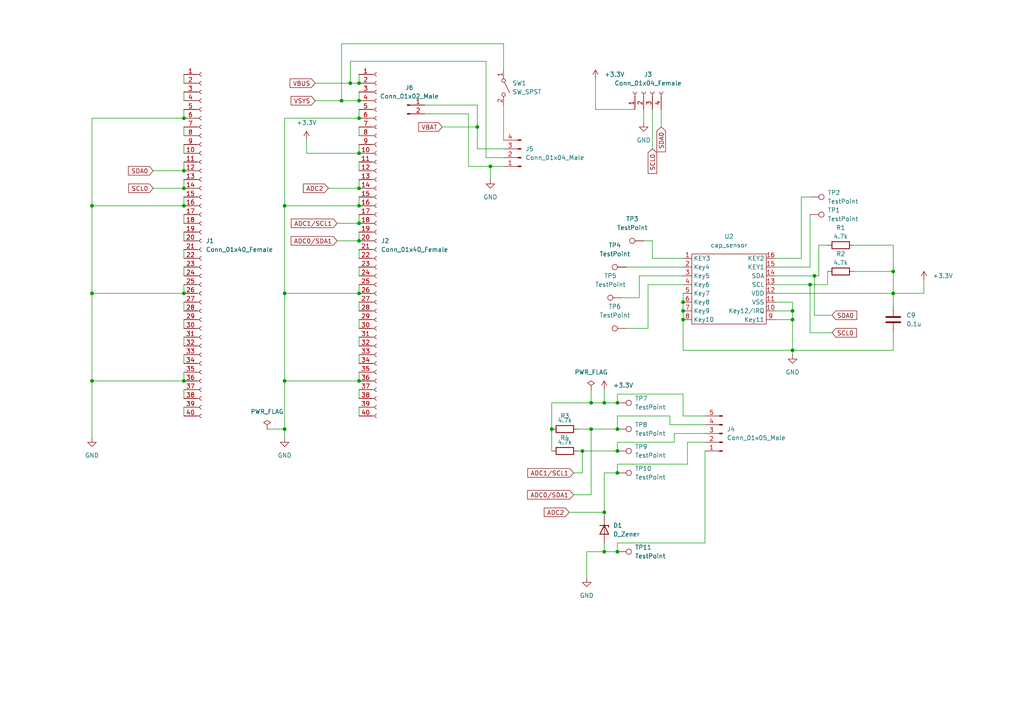
<source format=kicad_sch>
(kicad_sch (version 20211123) (generator eeschema)

  (uuid e27c51fb-7d43-4db5-b913-75be8875afb3)

  (paper "A4")

  (lib_symbols
    (symbol "Connector:Conn_01x02_Male" (pin_names (offset 1.016) hide) (in_bom yes) (on_board yes)
      (property "Reference" "J" (id 0) (at 0 2.54 0)
        (effects (font (size 1.27 1.27)))
      )
      (property "Value" "Conn_01x02_Male" (id 1) (at 0 -5.08 0)
        (effects (font (size 1.27 1.27)))
      )
      (property "Footprint" "" (id 2) (at 0 0 0)
        (effects (font (size 1.27 1.27)) hide)
      )
      (property "Datasheet" "~" (id 3) (at 0 0 0)
        (effects (font (size 1.27 1.27)) hide)
      )
      (property "ki_keywords" "connector" (id 4) (at 0 0 0)
        (effects (font (size 1.27 1.27)) hide)
      )
      (property "ki_description" "Generic connector, single row, 01x02, script generated (kicad-library-utils/schlib/autogen/connector/)" (id 5) (at 0 0 0)
        (effects (font (size 1.27 1.27)) hide)
      )
      (property "ki_fp_filters" "Connector*:*_1x??_*" (id 6) (at 0 0 0)
        (effects (font (size 1.27 1.27)) hide)
      )
      (symbol "Conn_01x02_Male_1_1"
        (polyline
          (pts
            (xy 1.27 -2.54)
            (xy 0.8636 -2.54)
          )
          (stroke (width 0.1524) (type default) (color 0 0 0 0))
          (fill (type none))
        )
        (polyline
          (pts
            (xy 1.27 0)
            (xy 0.8636 0)
          )
          (stroke (width 0.1524) (type default) (color 0 0 0 0))
          (fill (type none))
        )
        (rectangle (start 0.8636 -2.413) (end 0 -2.667)
          (stroke (width 0.1524) (type default) (color 0 0 0 0))
          (fill (type outline))
        )
        (rectangle (start 0.8636 0.127) (end 0 -0.127)
          (stroke (width 0.1524) (type default) (color 0 0 0 0))
          (fill (type outline))
        )
        (pin passive line (at 5.08 0 180) (length 3.81)
          (name "Pin_1" (effects (font (size 1.27 1.27))))
          (number "1" (effects (font (size 1.27 1.27))))
        )
        (pin passive line (at 5.08 -2.54 180) (length 3.81)
          (name "Pin_2" (effects (font (size 1.27 1.27))))
          (number "2" (effects (font (size 1.27 1.27))))
        )
      )
    )
    (symbol "Connector:Conn_01x04_Female" (pin_names (offset 1.016) hide) (in_bom yes) (on_board yes)
      (property "Reference" "J" (id 0) (at 0 5.08 0)
        (effects (font (size 1.27 1.27)))
      )
      (property "Value" "Conn_01x04_Female" (id 1) (at 0 -7.62 0)
        (effects (font (size 1.27 1.27)))
      )
      (property "Footprint" "" (id 2) (at 0 0 0)
        (effects (font (size 1.27 1.27)) hide)
      )
      (property "Datasheet" "~" (id 3) (at 0 0 0)
        (effects (font (size 1.27 1.27)) hide)
      )
      (property "ki_keywords" "connector" (id 4) (at 0 0 0)
        (effects (font (size 1.27 1.27)) hide)
      )
      (property "ki_description" "Generic connector, single row, 01x04, script generated (kicad-library-utils/schlib/autogen/connector/)" (id 5) (at 0 0 0)
        (effects (font (size 1.27 1.27)) hide)
      )
      (property "ki_fp_filters" "Connector*:*_1x??_*" (id 6) (at 0 0 0)
        (effects (font (size 1.27 1.27)) hide)
      )
      (symbol "Conn_01x04_Female_1_1"
        (arc (start 0 -4.572) (mid -0.508 -5.08) (end 0 -5.588)
          (stroke (width 0.1524) (type default) (color 0 0 0 0))
          (fill (type none))
        )
        (arc (start 0 -2.032) (mid -0.508 -2.54) (end 0 -3.048)
          (stroke (width 0.1524) (type default) (color 0 0 0 0))
          (fill (type none))
        )
        (polyline
          (pts
            (xy -1.27 -5.08)
            (xy -0.508 -5.08)
          )
          (stroke (width 0.1524) (type default) (color 0 0 0 0))
          (fill (type none))
        )
        (polyline
          (pts
            (xy -1.27 -2.54)
            (xy -0.508 -2.54)
          )
          (stroke (width 0.1524) (type default) (color 0 0 0 0))
          (fill (type none))
        )
        (polyline
          (pts
            (xy -1.27 0)
            (xy -0.508 0)
          )
          (stroke (width 0.1524) (type default) (color 0 0 0 0))
          (fill (type none))
        )
        (polyline
          (pts
            (xy -1.27 2.54)
            (xy -0.508 2.54)
          )
          (stroke (width 0.1524) (type default) (color 0 0 0 0))
          (fill (type none))
        )
        (arc (start 0 0.508) (mid -0.508 0) (end 0 -0.508)
          (stroke (width 0.1524) (type default) (color 0 0 0 0))
          (fill (type none))
        )
        (arc (start 0 3.048) (mid -0.508 2.54) (end 0 2.032)
          (stroke (width 0.1524) (type default) (color 0 0 0 0))
          (fill (type none))
        )
        (pin passive line (at -5.08 2.54 0) (length 3.81)
          (name "Pin_1" (effects (font (size 1.27 1.27))))
          (number "1" (effects (font (size 1.27 1.27))))
        )
        (pin passive line (at -5.08 0 0) (length 3.81)
          (name "Pin_2" (effects (font (size 1.27 1.27))))
          (number "2" (effects (font (size 1.27 1.27))))
        )
        (pin passive line (at -5.08 -2.54 0) (length 3.81)
          (name "Pin_3" (effects (font (size 1.27 1.27))))
          (number "3" (effects (font (size 1.27 1.27))))
        )
        (pin passive line (at -5.08 -5.08 0) (length 3.81)
          (name "Pin_4" (effects (font (size 1.27 1.27))))
          (number "4" (effects (font (size 1.27 1.27))))
        )
      )
    )
    (symbol "Connector:Conn_01x04_Male" (pin_names (offset 1.016) hide) (in_bom yes) (on_board yes)
      (property "Reference" "J" (id 0) (at 0 5.08 0)
        (effects (font (size 1.27 1.27)))
      )
      (property "Value" "Conn_01x04_Male" (id 1) (at 0 -7.62 0)
        (effects (font (size 1.27 1.27)))
      )
      (property "Footprint" "" (id 2) (at 0 0 0)
        (effects (font (size 1.27 1.27)) hide)
      )
      (property "Datasheet" "~" (id 3) (at 0 0 0)
        (effects (font (size 1.27 1.27)) hide)
      )
      (property "ki_keywords" "connector" (id 4) (at 0 0 0)
        (effects (font (size 1.27 1.27)) hide)
      )
      (property "ki_description" "Generic connector, single row, 01x04, script generated (kicad-library-utils/schlib/autogen/connector/)" (id 5) (at 0 0 0)
        (effects (font (size 1.27 1.27)) hide)
      )
      (property "ki_fp_filters" "Connector*:*_1x??_*" (id 6) (at 0 0 0)
        (effects (font (size 1.27 1.27)) hide)
      )
      (symbol "Conn_01x04_Male_1_1"
        (polyline
          (pts
            (xy 1.27 -5.08)
            (xy 0.8636 -5.08)
          )
          (stroke (width 0.1524) (type default) (color 0 0 0 0))
          (fill (type none))
        )
        (polyline
          (pts
            (xy 1.27 -2.54)
            (xy 0.8636 -2.54)
          )
          (stroke (width 0.1524) (type default) (color 0 0 0 0))
          (fill (type none))
        )
        (polyline
          (pts
            (xy 1.27 0)
            (xy 0.8636 0)
          )
          (stroke (width 0.1524) (type default) (color 0 0 0 0))
          (fill (type none))
        )
        (polyline
          (pts
            (xy 1.27 2.54)
            (xy 0.8636 2.54)
          )
          (stroke (width 0.1524) (type default) (color 0 0 0 0))
          (fill (type none))
        )
        (rectangle (start 0.8636 -4.953) (end 0 -5.207)
          (stroke (width 0.1524) (type default) (color 0 0 0 0))
          (fill (type outline))
        )
        (rectangle (start 0.8636 -2.413) (end 0 -2.667)
          (stroke (width 0.1524) (type default) (color 0 0 0 0))
          (fill (type outline))
        )
        (rectangle (start 0.8636 0.127) (end 0 -0.127)
          (stroke (width 0.1524) (type default) (color 0 0 0 0))
          (fill (type outline))
        )
        (rectangle (start 0.8636 2.667) (end 0 2.413)
          (stroke (width 0.1524) (type default) (color 0 0 0 0))
          (fill (type outline))
        )
        (pin passive line (at 5.08 2.54 180) (length 3.81)
          (name "Pin_1" (effects (font (size 1.27 1.27))))
          (number "1" (effects (font (size 1.27 1.27))))
        )
        (pin passive line (at 5.08 0 180) (length 3.81)
          (name "Pin_2" (effects (font (size 1.27 1.27))))
          (number "2" (effects (font (size 1.27 1.27))))
        )
        (pin passive line (at 5.08 -2.54 180) (length 3.81)
          (name "Pin_3" (effects (font (size 1.27 1.27))))
          (number "3" (effects (font (size 1.27 1.27))))
        )
        (pin passive line (at 5.08 -5.08 180) (length 3.81)
          (name "Pin_4" (effects (font (size 1.27 1.27))))
          (number "4" (effects (font (size 1.27 1.27))))
        )
      )
    )
    (symbol "Connector:Conn_01x05_Male" (pin_names (offset 1.016) hide) (in_bom yes) (on_board yes)
      (property "Reference" "J" (id 0) (at 0 7.62 0)
        (effects (font (size 1.27 1.27)))
      )
      (property "Value" "Conn_01x05_Male" (id 1) (at 0 -7.62 0)
        (effects (font (size 1.27 1.27)))
      )
      (property "Footprint" "" (id 2) (at 0 0 0)
        (effects (font (size 1.27 1.27)) hide)
      )
      (property "Datasheet" "~" (id 3) (at 0 0 0)
        (effects (font (size 1.27 1.27)) hide)
      )
      (property "ki_keywords" "connector" (id 4) (at 0 0 0)
        (effects (font (size 1.27 1.27)) hide)
      )
      (property "ki_description" "Generic connector, single row, 01x05, script generated (kicad-library-utils/schlib/autogen/connector/)" (id 5) (at 0 0 0)
        (effects (font (size 1.27 1.27)) hide)
      )
      (property "ki_fp_filters" "Connector*:*_1x??_*" (id 6) (at 0 0 0)
        (effects (font (size 1.27 1.27)) hide)
      )
      (symbol "Conn_01x05_Male_1_1"
        (polyline
          (pts
            (xy 1.27 -5.08)
            (xy 0.8636 -5.08)
          )
          (stroke (width 0.1524) (type default) (color 0 0 0 0))
          (fill (type none))
        )
        (polyline
          (pts
            (xy 1.27 -2.54)
            (xy 0.8636 -2.54)
          )
          (stroke (width 0.1524) (type default) (color 0 0 0 0))
          (fill (type none))
        )
        (polyline
          (pts
            (xy 1.27 0)
            (xy 0.8636 0)
          )
          (stroke (width 0.1524) (type default) (color 0 0 0 0))
          (fill (type none))
        )
        (polyline
          (pts
            (xy 1.27 2.54)
            (xy 0.8636 2.54)
          )
          (stroke (width 0.1524) (type default) (color 0 0 0 0))
          (fill (type none))
        )
        (polyline
          (pts
            (xy 1.27 5.08)
            (xy 0.8636 5.08)
          )
          (stroke (width 0.1524) (type default) (color 0 0 0 0))
          (fill (type none))
        )
        (rectangle (start 0.8636 -4.953) (end 0 -5.207)
          (stroke (width 0.1524) (type default) (color 0 0 0 0))
          (fill (type outline))
        )
        (rectangle (start 0.8636 -2.413) (end 0 -2.667)
          (stroke (width 0.1524) (type default) (color 0 0 0 0))
          (fill (type outline))
        )
        (rectangle (start 0.8636 0.127) (end 0 -0.127)
          (stroke (width 0.1524) (type default) (color 0 0 0 0))
          (fill (type outline))
        )
        (rectangle (start 0.8636 2.667) (end 0 2.413)
          (stroke (width 0.1524) (type default) (color 0 0 0 0))
          (fill (type outline))
        )
        (rectangle (start 0.8636 5.207) (end 0 4.953)
          (stroke (width 0.1524) (type default) (color 0 0 0 0))
          (fill (type outline))
        )
        (pin passive line (at 5.08 5.08 180) (length 3.81)
          (name "Pin_1" (effects (font (size 1.27 1.27))))
          (number "1" (effects (font (size 1.27 1.27))))
        )
        (pin passive line (at 5.08 2.54 180) (length 3.81)
          (name "Pin_2" (effects (font (size 1.27 1.27))))
          (number "2" (effects (font (size 1.27 1.27))))
        )
        (pin passive line (at 5.08 0 180) (length 3.81)
          (name "Pin_3" (effects (font (size 1.27 1.27))))
          (number "3" (effects (font (size 1.27 1.27))))
        )
        (pin passive line (at 5.08 -2.54 180) (length 3.81)
          (name "Pin_4" (effects (font (size 1.27 1.27))))
          (number "4" (effects (font (size 1.27 1.27))))
        )
        (pin passive line (at 5.08 -5.08 180) (length 3.81)
          (name "Pin_5" (effects (font (size 1.27 1.27))))
          (number "5" (effects (font (size 1.27 1.27))))
        )
      )
    )
    (symbol "Connector:Conn_01x40_Female" (pin_names (offset 1.016) hide) (in_bom yes) (on_board yes)
      (property "Reference" "J" (id 0) (at 0 50.8 0)
        (effects (font (size 1.27 1.27)))
      )
      (property "Value" "Conn_01x40_Female" (id 1) (at 0 -53.34 0)
        (effects (font (size 1.27 1.27)))
      )
      (property "Footprint" "" (id 2) (at 0 0 0)
        (effects (font (size 1.27 1.27)) hide)
      )
      (property "Datasheet" "~" (id 3) (at 0 0 0)
        (effects (font (size 1.27 1.27)) hide)
      )
      (property "ki_keywords" "connector" (id 4) (at 0 0 0)
        (effects (font (size 1.27 1.27)) hide)
      )
      (property "ki_description" "Generic connector, single row, 01x40, script generated (kicad-library-utils/schlib/autogen/connector/)" (id 5) (at 0 0 0)
        (effects (font (size 1.27 1.27)) hide)
      )
      (property "ki_fp_filters" "Connector*:*_1x??_*" (id 6) (at 0 0 0)
        (effects (font (size 1.27 1.27)) hide)
      )
      (symbol "Conn_01x40_Female_1_1"
        (arc (start 0 -50.292) (mid -0.508 -50.8) (end 0 -51.308)
          (stroke (width 0.1524) (type default) (color 0 0 0 0))
          (fill (type none))
        )
        (arc (start 0 -47.752) (mid -0.508 -48.26) (end 0 -48.768)
          (stroke (width 0.1524) (type default) (color 0 0 0 0))
          (fill (type none))
        )
        (arc (start 0 -45.212) (mid -0.508 -45.72) (end 0 -46.228)
          (stroke (width 0.1524) (type default) (color 0 0 0 0))
          (fill (type none))
        )
        (arc (start 0 -42.672) (mid -0.508 -43.18) (end 0 -43.688)
          (stroke (width 0.1524) (type default) (color 0 0 0 0))
          (fill (type none))
        )
        (arc (start 0 -40.132) (mid -0.508 -40.64) (end 0 -41.148)
          (stroke (width 0.1524) (type default) (color 0 0 0 0))
          (fill (type none))
        )
        (arc (start 0 -37.592) (mid -0.508 -38.1) (end 0 -38.608)
          (stroke (width 0.1524) (type default) (color 0 0 0 0))
          (fill (type none))
        )
        (arc (start 0 -35.052) (mid -0.508 -35.56) (end 0 -36.068)
          (stroke (width 0.1524) (type default) (color 0 0 0 0))
          (fill (type none))
        )
        (arc (start 0 -32.512) (mid -0.508 -33.02) (end 0 -33.528)
          (stroke (width 0.1524) (type default) (color 0 0 0 0))
          (fill (type none))
        )
        (arc (start 0 -29.972) (mid -0.508 -30.48) (end 0 -30.988)
          (stroke (width 0.1524) (type default) (color 0 0 0 0))
          (fill (type none))
        )
        (arc (start 0 -27.432) (mid -0.508 -27.94) (end 0 -28.448)
          (stroke (width 0.1524) (type default) (color 0 0 0 0))
          (fill (type none))
        )
        (arc (start 0 -24.892) (mid -0.508 -25.4) (end 0 -25.908)
          (stroke (width 0.1524) (type default) (color 0 0 0 0))
          (fill (type none))
        )
        (arc (start 0 -22.352) (mid -0.508 -22.86) (end 0 -23.368)
          (stroke (width 0.1524) (type default) (color 0 0 0 0))
          (fill (type none))
        )
        (arc (start 0 -19.812) (mid -0.508 -20.32) (end 0 -20.828)
          (stroke (width 0.1524) (type default) (color 0 0 0 0))
          (fill (type none))
        )
        (arc (start 0 -17.272) (mid -0.508 -17.78) (end 0 -18.288)
          (stroke (width 0.1524) (type default) (color 0 0 0 0))
          (fill (type none))
        )
        (arc (start 0 -14.732) (mid -0.508 -15.24) (end 0 -15.748)
          (stroke (width 0.1524) (type default) (color 0 0 0 0))
          (fill (type none))
        )
        (arc (start 0 -12.192) (mid -0.508 -12.7) (end 0 -13.208)
          (stroke (width 0.1524) (type default) (color 0 0 0 0))
          (fill (type none))
        )
        (arc (start 0 -9.652) (mid -0.508 -10.16) (end 0 -10.668)
          (stroke (width 0.1524) (type default) (color 0 0 0 0))
          (fill (type none))
        )
        (arc (start 0 -7.112) (mid -0.508 -7.62) (end 0 -8.128)
          (stroke (width 0.1524) (type default) (color 0 0 0 0))
          (fill (type none))
        )
        (arc (start 0 -4.572) (mid -0.508 -5.08) (end 0 -5.588)
          (stroke (width 0.1524) (type default) (color 0 0 0 0))
          (fill (type none))
        )
        (arc (start 0 -2.032) (mid -0.508 -2.54) (end 0 -3.048)
          (stroke (width 0.1524) (type default) (color 0 0 0 0))
          (fill (type none))
        )
        (polyline
          (pts
            (xy -1.27 -50.8)
            (xy -0.508 -50.8)
          )
          (stroke (width 0.1524) (type default) (color 0 0 0 0))
          (fill (type none))
        )
        (polyline
          (pts
            (xy -1.27 -48.26)
            (xy -0.508 -48.26)
          )
          (stroke (width 0.1524) (type default) (color 0 0 0 0))
          (fill (type none))
        )
        (polyline
          (pts
            (xy -1.27 -45.72)
            (xy -0.508 -45.72)
          )
          (stroke (width 0.1524) (type default) (color 0 0 0 0))
          (fill (type none))
        )
        (polyline
          (pts
            (xy -1.27 -43.18)
            (xy -0.508 -43.18)
          )
          (stroke (width 0.1524) (type default) (color 0 0 0 0))
          (fill (type none))
        )
        (polyline
          (pts
            (xy -1.27 -40.64)
            (xy -0.508 -40.64)
          )
          (stroke (width 0.1524) (type default) (color 0 0 0 0))
          (fill (type none))
        )
        (polyline
          (pts
            (xy -1.27 -38.1)
            (xy -0.508 -38.1)
          )
          (stroke (width 0.1524) (type default) (color 0 0 0 0))
          (fill (type none))
        )
        (polyline
          (pts
            (xy -1.27 -35.56)
            (xy -0.508 -35.56)
          )
          (stroke (width 0.1524) (type default) (color 0 0 0 0))
          (fill (type none))
        )
        (polyline
          (pts
            (xy -1.27 -33.02)
            (xy -0.508 -33.02)
          )
          (stroke (width 0.1524) (type default) (color 0 0 0 0))
          (fill (type none))
        )
        (polyline
          (pts
            (xy -1.27 -30.48)
            (xy -0.508 -30.48)
          )
          (stroke (width 0.1524) (type default) (color 0 0 0 0))
          (fill (type none))
        )
        (polyline
          (pts
            (xy -1.27 -27.94)
            (xy -0.508 -27.94)
          )
          (stroke (width 0.1524) (type default) (color 0 0 0 0))
          (fill (type none))
        )
        (polyline
          (pts
            (xy -1.27 -25.4)
            (xy -0.508 -25.4)
          )
          (stroke (width 0.1524) (type default) (color 0 0 0 0))
          (fill (type none))
        )
        (polyline
          (pts
            (xy -1.27 -22.86)
            (xy -0.508 -22.86)
          )
          (stroke (width 0.1524) (type default) (color 0 0 0 0))
          (fill (type none))
        )
        (polyline
          (pts
            (xy -1.27 -20.32)
            (xy -0.508 -20.32)
          )
          (stroke (width 0.1524) (type default) (color 0 0 0 0))
          (fill (type none))
        )
        (polyline
          (pts
            (xy -1.27 -17.78)
            (xy -0.508 -17.78)
          )
          (stroke (width 0.1524) (type default) (color 0 0 0 0))
          (fill (type none))
        )
        (polyline
          (pts
            (xy -1.27 -15.24)
            (xy -0.508 -15.24)
          )
          (stroke (width 0.1524) (type default) (color 0 0 0 0))
          (fill (type none))
        )
        (polyline
          (pts
            (xy -1.27 -12.7)
            (xy -0.508 -12.7)
          )
          (stroke (width 0.1524) (type default) (color 0 0 0 0))
          (fill (type none))
        )
        (polyline
          (pts
            (xy -1.27 -10.16)
            (xy -0.508 -10.16)
          )
          (stroke (width 0.1524) (type default) (color 0 0 0 0))
          (fill (type none))
        )
        (polyline
          (pts
            (xy -1.27 -7.62)
            (xy -0.508 -7.62)
          )
          (stroke (width 0.1524) (type default) (color 0 0 0 0))
          (fill (type none))
        )
        (polyline
          (pts
            (xy -1.27 -5.08)
            (xy -0.508 -5.08)
          )
          (stroke (width 0.1524) (type default) (color 0 0 0 0))
          (fill (type none))
        )
        (polyline
          (pts
            (xy -1.27 -2.54)
            (xy -0.508 -2.54)
          )
          (stroke (width 0.1524) (type default) (color 0 0 0 0))
          (fill (type none))
        )
        (polyline
          (pts
            (xy -1.27 0)
            (xy -0.508 0)
          )
          (stroke (width 0.1524) (type default) (color 0 0 0 0))
          (fill (type none))
        )
        (polyline
          (pts
            (xy -1.27 2.54)
            (xy -0.508 2.54)
          )
          (stroke (width 0.1524) (type default) (color 0 0 0 0))
          (fill (type none))
        )
        (polyline
          (pts
            (xy -1.27 5.08)
            (xy -0.508 5.08)
          )
          (stroke (width 0.1524) (type default) (color 0 0 0 0))
          (fill (type none))
        )
        (polyline
          (pts
            (xy -1.27 7.62)
            (xy -0.508 7.62)
          )
          (stroke (width 0.1524) (type default) (color 0 0 0 0))
          (fill (type none))
        )
        (polyline
          (pts
            (xy -1.27 10.16)
            (xy -0.508 10.16)
          )
          (stroke (width 0.1524) (type default) (color 0 0 0 0))
          (fill (type none))
        )
        (polyline
          (pts
            (xy -1.27 12.7)
            (xy -0.508 12.7)
          )
          (stroke (width 0.1524) (type default) (color 0 0 0 0))
          (fill (type none))
        )
        (polyline
          (pts
            (xy -1.27 15.24)
            (xy -0.508 15.24)
          )
          (stroke (width 0.1524) (type default) (color 0 0 0 0))
          (fill (type none))
        )
        (polyline
          (pts
            (xy -1.27 17.78)
            (xy -0.508 17.78)
          )
          (stroke (width 0.1524) (type default) (color 0 0 0 0))
          (fill (type none))
        )
        (polyline
          (pts
            (xy -1.27 20.32)
            (xy -0.508 20.32)
          )
          (stroke (width 0.1524) (type default) (color 0 0 0 0))
          (fill (type none))
        )
        (polyline
          (pts
            (xy -1.27 22.86)
            (xy -0.508 22.86)
          )
          (stroke (width 0.1524) (type default) (color 0 0 0 0))
          (fill (type none))
        )
        (polyline
          (pts
            (xy -1.27 25.4)
            (xy -0.508 25.4)
          )
          (stroke (width 0.1524) (type default) (color 0 0 0 0))
          (fill (type none))
        )
        (polyline
          (pts
            (xy -1.27 27.94)
            (xy -0.508 27.94)
          )
          (stroke (width 0.1524) (type default) (color 0 0 0 0))
          (fill (type none))
        )
        (polyline
          (pts
            (xy -1.27 30.48)
            (xy -0.508 30.48)
          )
          (stroke (width 0.1524) (type default) (color 0 0 0 0))
          (fill (type none))
        )
        (polyline
          (pts
            (xy -1.27 33.02)
            (xy -0.508 33.02)
          )
          (stroke (width 0.1524) (type default) (color 0 0 0 0))
          (fill (type none))
        )
        (polyline
          (pts
            (xy -1.27 35.56)
            (xy -0.508 35.56)
          )
          (stroke (width 0.1524) (type default) (color 0 0 0 0))
          (fill (type none))
        )
        (polyline
          (pts
            (xy -1.27 38.1)
            (xy -0.508 38.1)
          )
          (stroke (width 0.1524) (type default) (color 0 0 0 0))
          (fill (type none))
        )
        (polyline
          (pts
            (xy -1.27 40.64)
            (xy -0.508 40.64)
          )
          (stroke (width 0.1524) (type default) (color 0 0 0 0))
          (fill (type none))
        )
        (polyline
          (pts
            (xy -1.27 43.18)
            (xy -0.508 43.18)
          )
          (stroke (width 0.1524) (type default) (color 0 0 0 0))
          (fill (type none))
        )
        (polyline
          (pts
            (xy -1.27 45.72)
            (xy -0.508 45.72)
          )
          (stroke (width 0.1524) (type default) (color 0 0 0 0))
          (fill (type none))
        )
        (polyline
          (pts
            (xy -1.27 48.26)
            (xy -0.508 48.26)
          )
          (stroke (width 0.1524) (type default) (color 0 0 0 0))
          (fill (type none))
        )
        (arc (start 0 0.508) (mid -0.508 0) (end 0 -0.508)
          (stroke (width 0.1524) (type default) (color 0 0 0 0))
          (fill (type none))
        )
        (arc (start 0 3.048) (mid -0.508 2.54) (end 0 2.032)
          (stroke (width 0.1524) (type default) (color 0 0 0 0))
          (fill (type none))
        )
        (arc (start 0 5.588) (mid -0.508 5.08) (end 0 4.572)
          (stroke (width 0.1524) (type default) (color 0 0 0 0))
          (fill (type none))
        )
        (arc (start 0 8.128) (mid -0.508 7.62) (end 0 7.112)
          (stroke (width 0.1524) (type default) (color 0 0 0 0))
          (fill (type none))
        )
        (arc (start 0 10.668) (mid -0.508 10.16) (end 0 9.652)
          (stroke (width 0.1524) (type default) (color 0 0 0 0))
          (fill (type none))
        )
        (arc (start 0 13.208) (mid -0.508 12.7) (end 0 12.192)
          (stroke (width 0.1524) (type default) (color 0 0 0 0))
          (fill (type none))
        )
        (arc (start 0 15.748) (mid -0.508 15.24) (end 0 14.732)
          (stroke (width 0.1524) (type default) (color 0 0 0 0))
          (fill (type none))
        )
        (arc (start 0 18.288) (mid -0.508 17.78) (end 0 17.272)
          (stroke (width 0.1524) (type default) (color 0 0 0 0))
          (fill (type none))
        )
        (arc (start 0 20.828) (mid -0.508 20.32) (end 0 19.812)
          (stroke (width 0.1524) (type default) (color 0 0 0 0))
          (fill (type none))
        )
        (arc (start 0 23.368) (mid -0.508 22.86) (end 0 22.352)
          (stroke (width 0.1524) (type default) (color 0 0 0 0))
          (fill (type none))
        )
        (arc (start 0 25.908) (mid -0.508 25.4) (end 0 24.892)
          (stroke (width 0.1524) (type default) (color 0 0 0 0))
          (fill (type none))
        )
        (arc (start 0 28.448) (mid -0.508 27.94) (end 0 27.432)
          (stroke (width 0.1524) (type default) (color 0 0 0 0))
          (fill (type none))
        )
        (arc (start 0 30.988) (mid -0.508 30.48) (end 0 29.972)
          (stroke (width 0.1524) (type default) (color 0 0 0 0))
          (fill (type none))
        )
        (arc (start 0 33.528) (mid -0.508 33.02) (end 0 32.512)
          (stroke (width 0.1524) (type default) (color 0 0 0 0))
          (fill (type none))
        )
        (arc (start 0 36.068) (mid -0.508 35.56) (end 0 35.052)
          (stroke (width 0.1524) (type default) (color 0 0 0 0))
          (fill (type none))
        )
        (arc (start 0 38.608) (mid -0.508 38.1) (end 0 37.592)
          (stroke (width 0.1524) (type default) (color 0 0 0 0))
          (fill (type none))
        )
        (arc (start 0 41.148) (mid -0.508 40.64) (end 0 40.132)
          (stroke (width 0.1524) (type default) (color 0 0 0 0))
          (fill (type none))
        )
        (arc (start 0 43.688) (mid -0.508 43.18) (end 0 42.672)
          (stroke (width 0.1524) (type default) (color 0 0 0 0))
          (fill (type none))
        )
        (arc (start 0 46.228) (mid -0.508 45.72) (end 0 45.212)
          (stroke (width 0.1524) (type default) (color 0 0 0 0))
          (fill (type none))
        )
        (arc (start 0 48.768) (mid -0.508 48.26) (end 0 47.752)
          (stroke (width 0.1524) (type default) (color 0 0 0 0))
          (fill (type none))
        )
        (pin passive line (at -5.08 48.26 0) (length 3.81)
          (name "Pin_1" (effects (font (size 1.27 1.27))))
          (number "1" (effects (font (size 1.27 1.27))))
        )
        (pin passive line (at -5.08 25.4 0) (length 3.81)
          (name "Pin_10" (effects (font (size 1.27 1.27))))
          (number "10" (effects (font (size 1.27 1.27))))
        )
        (pin passive line (at -5.08 22.86 0) (length 3.81)
          (name "Pin_11" (effects (font (size 1.27 1.27))))
          (number "11" (effects (font (size 1.27 1.27))))
        )
        (pin passive line (at -5.08 20.32 0) (length 3.81)
          (name "Pin_12" (effects (font (size 1.27 1.27))))
          (number "12" (effects (font (size 1.27 1.27))))
        )
        (pin passive line (at -5.08 17.78 0) (length 3.81)
          (name "Pin_13" (effects (font (size 1.27 1.27))))
          (number "13" (effects (font (size 1.27 1.27))))
        )
        (pin passive line (at -5.08 15.24 0) (length 3.81)
          (name "Pin_14" (effects (font (size 1.27 1.27))))
          (number "14" (effects (font (size 1.27 1.27))))
        )
        (pin passive line (at -5.08 12.7 0) (length 3.81)
          (name "Pin_15" (effects (font (size 1.27 1.27))))
          (number "15" (effects (font (size 1.27 1.27))))
        )
        (pin passive line (at -5.08 10.16 0) (length 3.81)
          (name "Pin_16" (effects (font (size 1.27 1.27))))
          (number "16" (effects (font (size 1.27 1.27))))
        )
        (pin passive line (at -5.08 7.62 0) (length 3.81)
          (name "Pin_17" (effects (font (size 1.27 1.27))))
          (number "17" (effects (font (size 1.27 1.27))))
        )
        (pin passive line (at -5.08 5.08 0) (length 3.81)
          (name "Pin_18" (effects (font (size 1.27 1.27))))
          (number "18" (effects (font (size 1.27 1.27))))
        )
        (pin passive line (at -5.08 2.54 0) (length 3.81)
          (name "Pin_19" (effects (font (size 1.27 1.27))))
          (number "19" (effects (font (size 1.27 1.27))))
        )
        (pin passive line (at -5.08 45.72 0) (length 3.81)
          (name "Pin_2" (effects (font (size 1.27 1.27))))
          (number "2" (effects (font (size 1.27 1.27))))
        )
        (pin passive line (at -5.08 0 0) (length 3.81)
          (name "Pin_20" (effects (font (size 1.27 1.27))))
          (number "20" (effects (font (size 1.27 1.27))))
        )
        (pin passive line (at -5.08 -2.54 0) (length 3.81)
          (name "Pin_21" (effects (font (size 1.27 1.27))))
          (number "21" (effects (font (size 1.27 1.27))))
        )
        (pin passive line (at -5.08 -5.08 0) (length 3.81)
          (name "Pin_22" (effects (font (size 1.27 1.27))))
          (number "22" (effects (font (size 1.27 1.27))))
        )
        (pin passive line (at -5.08 -7.62 0) (length 3.81)
          (name "Pin_23" (effects (font (size 1.27 1.27))))
          (number "23" (effects (font (size 1.27 1.27))))
        )
        (pin passive line (at -5.08 -10.16 0) (length 3.81)
          (name "Pin_24" (effects (font (size 1.27 1.27))))
          (number "24" (effects (font (size 1.27 1.27))))
        )
        (pin passive line (at -5.08 -12.7 0) (length 3.81)
          (name "Pin_25" (effects (font (size 1.27 1.27))))
          (number "25" (effects (font (size 1.27 1.27))))
        )
        (pin passive line (at -5.08 -15.24 0) (length 3.81)
          (name "Pin_26" (effects (font (size 1.27 1.27))))
          (number "26" (effects (font (size 1.27 1.27))))
        )
        (pin passive line (at -5.08 -17.78 0) (length 3.81)
          (name "Pin_27" (effects (font (size 1.27 1.27))))
          (number "27" (effects (font (size 1.27 1.27))))
        )
        (pin passive line (at -5.08 -20.32 0) (length 3.81)
          (name "Pin_28" (effects (font (size 1.27 1.27))))
          (number "28" (effects (font (size 1.27 1.27))))
        )
        (pin passive line (at -5.08 -22.86 0) (length 3.81)
          (name "Pin_29" (effects (font (size 1.27 1.27))))
          (number "29" (effects (font (size 1.27 1.27))))
        )
        (pin passive line (at -5.08 43.18 0) (length 3.81)
          (name "Pin_3" (effects (font (size 1.27 1.27))))
          (number "3" (effects (font (size 1.27 1.27))))
        )
        (pin passive line (at -5.08 -25.4 0) (length 3.81)
          (name "Pin_30" (effects (font (size 1.27 1.27))))
          (number "30" (effects (font (size 1.27 1.27))))
        )
        (pin passive line (at -5.08 -27.94 0) (length 3.81)
          (name "Pin_31" (effects (font (size 1.27 1.27))))
          (number "31" (effects (font (size 1.27 1.27))))
        )
        (pin passive line (at -5.08 -30.48 0) (length 3.81)
          (name "Pin_32" (effects (font (size 1.27 1.27))))
          (number "32" (effects (font (size 1.27 1.27))))
        )
        (pin passive line (at -5.08 -33.02 0) (length 3.81)
          (name "Pin_33" (effects (font (size 1.27 1.27))))
          (number "33" (effects (font (size 1.27 1.27))))
        )
        (pin passive line (at -5.08 -35.56 0) (length 3.81)
          (name "Pin_34" (effects (font (size 1.27 1.27))))
          (number "34" (effects (font (size 1.27 1.27))))
        )
        (pin passive line (at -5.08 -38.1 0) (length 3.81)
          (name "Pin_35" (effects (font (size 1.27 1.27))))
          (number "35" (effects (font (size 1.27 1.27))))
        )
        (pin passive line (at -5.08 -40.64 0) (length 3.81)
          (name "Pin_36" (effects (font (size 1.27 1.27))))
          (number "36" (effects (font (size 1.27 1.27))))
        )
        (pin passive line (at -5.08 -43.18 0) (length 3.81)
          (name "Pin_37" (effects (font (size 1.27 1.27))))
          (number "37" (effects (font (size 1.27 1.27))))
        )
        (pin passive line (at -5.08 -45.72 0) (length 3.81)
          (name "Pin_38" (effects (font (size 1.27 1.27))))
          (number "38" (effects (font (size 1.27 1.27))))
        )
        (pin passive line (at -5.08 -48.26 0) (length 3.81)
          (name "Pin_39" (effects (font (size 1.27 1.27))))
          (number "39" (effects (font (size 1.27 1.27))))
        )
        (pin passive line (at -5.08 40.64 0) (length 3.81)
          (name "Pin_4" (effects (font (size 1.27 1.27))))
          (number "4" (effects (font (size 1.27 1.27))))
        )
        (pin passive line (at -5.08 -50.8 0) (length 3.81)
          (name "Pin_40" (effects (font (size 1.27 1.27))))
          (number "40" (effects (font (size 1.27 1.27))))
        )
        (pin passive line (at -5.08 38.1 0) (length 3.81)
          (name "Pin_5" (effects (font (size 1.27 1.27))))
          (number "5" (effects (font (size 1.27 1.27))))
        )
        (pin passive line (at -5.08 35.56 0) (length 3.81)
          (name "Pin_6" (effects (font (size 1.27 1.27))))
          (number "6" (effects (font (size 1.27 1.27))))
        )
        (pin passive line (at -5.08 33.02 0) (length 3.81)
          (name "Pin_7" (effects (font (size 1.27 1.27))))
          (number "7" (effects (font (size 1.27 1.27))))
        )
        (pin passive line (at -5.08 30.48 0) (length 3.81)
          (name "Pin_8" (effects (font (size 1.27 1.27))))
          (number "8" (effects (font (size 1.27 1.27))))
        )
        (pin passive line (at -5.08 27.94 0) (length 3.81)
          (name "Pin_9" (effects (font (size 1.27 1.27))))
          (number "9" (effects (font (size 1.27 1.27))))
        )
      )
    )
    (symbol "Connector:TestPoint" (pin_numbers hide) (pin_names (offset 0.762) hide) (in_bom yes) (on_board yes)
      (property "Reference" "TP" (id 0) (at 0 6.858 0)
        (effects (font (size 1.27 1.27)))
      )
      (property "Value" "TestPoint" (id 1) (at 0 5.08 0)
        (effects (font (size 1.27 1.27)))
      )
      (property "Footprint" "" (id 2) (at 5.08 0 0)
        (effects (font (size 1.27 1.27)) hide)
      )
      (property "Datasheet" "~" (id 3) (at 5.08 0 0)
        (effects (font (size 1.27 1.27)) hide)
      )
      (property "ki_keywords" "test point tp" (id 4) (at 0 0 0)
        (effects (font (size 1.27 1.27)) hide)
      )
      (property "ki_description" "test point" (id 5) (at 0 0 0)
        (effects (font (size 1.27 1.27)) hide)
      )
      (property "ki_fp_filters" "Pin* Test*" (id 6) (at 0 0 0)
        (effects (font (size 1.27 1.27)) hide)
      )
      (symbol "TestPoint_0_1"
        (circle (center 0 3.302) (radius 0.762)
          (stroke (width 0) (type default) (color 0 0 0 0))
          (fill (type none))
        )
      )
      (symbol "TestPoint_1_1"
        (pin passive line (at 0 0 90) (length 2.54)
          (name "1" (effects (font (size 1.27 1.27))))
          (number "1" (effects (font (size 1.27 1.27))))
        )
      )
    )
    (symbol "Device:C" (pin_numbers hide) (pin_names (offset 0.254)) (in_bom yes) (on_board yes)
      (property "Reference" "C" (id 0) (at 0.635 2.54 0)
        (effects (font (size 1.27 1.27)) (justify left))
      )
      (property "Value" "C" (id 1) (at 0.635 -2.54 0)
        (effects (font (size 1.27 1.27)) (justify left))
      )
      (property "Footprint" "" (id 2) (at 0.9652 -3.81 0)
        (effects (font (size 1.27 1.27)) hide)
      )
      (property "Datasheet" "~" (id 3) (at 0 0 0)
        (effects (font (size 1.27 1.27)) hide)
      )
      (property "ki_keywords" "cap capacitor" (id 4) (at 0 0 0)
        (effects (font (size 1.27 1.27)) hide)
      )
      (property "ki_description" "Unpolarized capacitor" (id 5) (at 0 0 0)
        (effects (font (size 1.27 1.27)) hide)
      )
      (property "ki_fp_filters" "C_*" (id 6) (at 0 0 0)
        (effects (font (size 1.27 1.27)) hide)
      )
      (symbol "C_0_1"
        (polyline
          (pts
            (xy -2.032 -0.762)
            (xy 2.032 -0.762)
          )
          (stroke (width 0.508) (type default) (color 0 0 0 0))
          (fill (type none))
        )
        (polyline
          (pts
            (xy -2.032 0.762)
            (xy 2.032 0.762)
          )
          (stroke (width 0.508) (type default) (color 0 0 0 0))
          (fill (type none))
        )
      )
      (symbol "C_1_1"
        (pin passive line (at 0 3.81 270) (length 2.794)
          (name "~" (effects (font (size 1.27 1.27))))
          (number "1" (effects (font (size 1.27 1.27))))
        )
        (pin passive line (at 0 -3.81 90) (length 2.794)
          (name "~" (effects (font (size 1.27 1.27))))
          (number "2" (effects (font (size 1.27 1.27))))
        )
      )
    )
    (symbol "Device:D_Zener" (pin_numbers hide) (pin_names (offset 1.016) hide) (in_bom yes) (on_board yes)
      (property "Reference" "D" (id 0) (at 0 2.54 0)
        (effects (font (size 1.27 1.27)))
      )
      (property "Value" "D_Zener" (id 1) (at 0 -2.54 0)
        (effects (font (size 1.27 1.27)))
      )
      (property "Footprint" "" (id 2) (at 0 0 0)
        (effects (font (size 1.27 1.27)) hide)
      )
      (property "Datasheet" "~" (id 3) (at 0 0 0)
        (effects (font (size 1.27 1.27)) hide)
      )
      (property "ki_keywords" "diode" (id 4) (at 0 0 0)
        (effects (font (size 1.27 1.27)) hide)
      )
      (property "ki_description" "Zener diode" (id 5) (at 0 0 0)
        (effects (font (size 1.27 1.27)) hide)
      )
      (property "ki_fp_filters" "TO-???* *_Diode_* *SingleDiode* D_*" (id 6) (at 0 0 0)
        (effects (font (size 1.27 1.27)) hide)
      )
      (symbol "D_Zener_0_1"
        (polyline
          (pts
            (xy 1.27 0)
            (xy -1.27 0)
          )
          (stroke (width 0) (type default) (color 0 0 0 0))
          (fill (type none))
        )
        (polyline
          (pts
            (xy -1.27 -1.27)
            (xy -1.27 1.27)
            (xy -0.762 1.27)
          )
          (stroke (width 0.254) (type default) (color 0 0 0 0))
          (fill (type none))
        )
        (polyline
          (pts
            (xy 1.27 -1.27)
            (xy 1.27 1.27)
            (xy -1.27 0)
            (xy 1.27 -1.27)
          )
          (stroke (width 0.254) (type default) (color 0 0 0 0))
          (fill (type none))
        )
      )
      (symbol "D_Zener_1_1"
        (pin passive line (at -3.81 0 0) (length 2.54)
          (name "K" (effects (font (size 1.27 1.27))))
          (number "1" (effects (font (size 1.27 1.27))))
        )
        (pin passive line (at 3.81 0 180) (length 2.54)
          (name "A" (effects (font (size 1.27 1.27))))
          (number "2" (effects (font (size 1.27 1.27))))
        )
      )
    )
    (symbol "Device:R" (pin_numbers hide) (pin_names (offset 0)) (in_bom yes) (on_board yes)
      (property "Reference" "R" (id 0) (at 2.032 0 90)
        (effects (font (size 1.27 1.27)))
      )
      (property "Value" "R" (id 1) (at 0 0 90)
        (effects (font (size 1.27 1.27)))
      )
      (property "Footprint" "" (id 2) (at -1.778 0 90)
        (effects (font (size 1.27 1.27)) hide)
      )
      (property "Datasheet" "~" (id 3) (at 0 0 0)
        (effects (font (size 1.27 1.27)) hide)
      )
      (property "ki_keywords" "R res resistor" (id 4) (at 0 0 0)
        (effects (font (size 1.27 1.27)) hide)
      )
      (property "ki_description" "Resistor" (id 5) (at 0 0 0)
        (effects (font (size 1.27 1.27)) hide)
      )
      (property "ki_fp_filters" "R_*" (id 6) (at 0 0 0)
        (effects (font (size 1.27 1.27)) hide)
      )
      (symbol "R_0_1"
        (rectangle (start -1.016 -2.54) (end 1.016 2.54)
          (stroke (width 0.254) (type default) (color 0 0 0 0))
          (fill (type none))
        )
      )
      (symbol "R_1_1"
        (pin passive line (at 0 3.81 270) (length 1.27)
          (name "~" (effects (font (size 1.27 1.27))))
          (number "1" (effects (font (size 1.27 1.27))))
        )
        (pin passive line (at 0 -3.81 90) (length 1.27)
          (name "~" (effects (font (size 1.27 1.27))))
          (number "2" (effects (font (size 1.27 1.27))))
        )
      )
    )
    (symbol "Switch:SW_SPST" (pin_names (offset 0) hide) (in_bom yes) (on_board yes)
      (property "Reference" "SW" (id 0) (at 0 3.175 0)
        (effects (font (size 1.27 1.27)))
      )
      (property "Value" "SW_SPST" (id 1) (at 0 -2.54 0)
        (effects (font (size 1.27 1.27)))
      )
      (property "Footprint" "" (id 2) (at 0 0 0)
        (effects (font (size 1.27 1.27)) hide)
      )
      (property "Datasheet" "~" (id 3) (at 0 0 0)
        (effects (font (size 1.27 1.27)) hide)
      )
      (property "ki_keywords" "switch lever" (id 4) (at 0 0 0)
        (effects (font (size 1.27 1.27)) hide)
      )
      (property "ki_description" "Single Pole Single Throw (SPST) switch" (id 5) (at 0 0 0)
        (effects (font (size 1.27 1.27)) hide)
      )
      (symbol "SW_SPST_0_0"
        (circle (center -2.032 0) (radius 0.508)
          (stroke (width 0) (type default) (color 0 0 0 0))
          (fill (type none))
        )
        (polyline
          (pts
            (xy -1.524 0.254)
            (xy 1.524 1.778)
          )
          (stroke (width 0) (type default) (color 0 0 0 0))
          (fill (type none))
        )
        (circle (center 2.032 0) (radius 0.508)
          (stroke (width 0) (type default) (color 0 0 0 0))
          (fill (type none))
        )
      )
      (symbol "SW_SPST_1_1"
        (pin passive line (at -5.08 0 0) (length 2.54)
          (name "A" (effects (font (size 1.27 1.27))))
          (number "1" (effects (font (size 1.27 1.27))))
        )
        (pin passive line (at 5.08 0 180) (length 2.54)
          (name "B" (effects (font (size 1.27 1.27))))
          (number "2" (effects (font (size 1.27 1.27))))
        )
      )
    )
    (symbol "cap_touch_teste:cap_sensor" (in_bom yes) (on_board yes)
      (property "Reference" "U" (id 0) (at 0 2.54 0)
        (effects (font (size 1.27 1.27)))
      )
      (property "Value" "cap_sensor" (id 1) (at 0 1.27 0)
        (effects (font (size 1.27 1.27)))
      )
      (property "Footprint" "cap_touch:SOP-16_L10.0-W3.9-P1.27-LS6.0-BL" (id 2) (at 0 0 0)
        (effects (font (size 1.27 1.27)) hide)
      )
      (property "Datasheet" "" (id 3) (at 0 0 0)
        (effects (font (size 1.27 1.27)) hide)
      )
      (symbol "cap_sensor_0_1"
        (rectangle (start -10.16 -1.27) (end 11.43 -21.59)
          (stroke (width 0) (type default) (color 0 0 0 0))
          (fill (type none))
        )
      )
      (symbol "cap_sensor_1_1"
        (pin free line (at -12.7 -2.54 0) (length 2.54)
          (name "KEY3" (effects (font (size 1.27 1.27))))
          (number "1" (effects (font (size 1.27 1.27))))
        )
        (pin free line (at 13.97 -17.78 180) (length 2.54)
          (name "Key12/IRQ" (effects (font (size 1.27 1.27))))
          (number "10" (effects (font (size 1.27 1.27))))
        )
        (pin free line (at 13.97 -15.24 180) (length 2.54)
          (name "VSS" (effects (font (size 1.27 1.27))))
          (number "11" (effects (font (size 1.27 1.27))))
        )
        (pin free line (at 13.97 -12.7 180) (length 2.54)
          (name "VDD" (effects (font (size 1.27 1.27))))
          (number "12" (effects (font (size 1.27 1.27))))
        )
        (pin free line (at 13.97 -10.16 180) (length 2.54)
          (name "SCL" (effects (font (size 1.27 1.27))))
          (number "13" (effects (font (size 1.27 1.27))))
        )
        (pin free line (at 13.97 -7.62 180) (length 2.54)
          (name "SDA" (effects (font (size 1.27 1.27))))
          (number "14" (effects (font (size 1.27 1.27))))
        )
        (pin free line (at 13.97 -5.08 180) (length 2.54)
          (name "KEY1" (effects (font (size 1.27 1.27))))
          (number "15" (effects (font (size 1.27 1.27))))
        )
        (pin free line (at 13.97 -2.54 180) (length 2.54)
          (name "KEY2" (effects (font (size 1.27 1.27))))
          (number "16" (effects (font (size 1.27 1.27))))
        )
        (pin free line (at -12.7 -5.08 0) (length 2.54)
          (name "Key4" (effects (font (size 1.27 1.27))))
          (number "2" (effects (font (size 1.27 1.27))))
        )
        (pin free line (at -12.7 -7.62 0) (length 2.54)
          (name "Key5" (effects (font (size 1.27 1.27))))
          (number "3" (effects (font (size 1.27 1.27))))
        )
        (pin free line (at -12.7 -10.16 0) (length 2.54)
          (name "Key6" (effects (font (size 1.27 1.27))))
          (number "4" (effects (font (size 1.27 1.27))))
        )
        (pin free line (at -12.7 -12.7 0) (length 2.54)
          (name "Key7" (effects (font (size 1.27 1.27))))
          (number "5" (effects (font (size 1.27 1.27))))
        )
        (pin free line (at -12.7 -15.24 0) (length 2.54)
          (name "Key8" (effects (font (size 1.27 1.27))))
          (number "6" (effects (font (size 1.27 1.27))))
        )
        (pin free line (at -12.7 -17.78 0) (length 2.54)
          (name "Key9" (effects (font (size 1.27 1.27))))
          (number "7" (effects (font (size 1.27 1.27))))
        )
        (pin free line (at -12.7 -20.32 0) (length 2.54)
          (name "Key10" (effects (font (size 1.27 1.27))))
          (number "8" (effects (font (size 1.27 1.27))))
        )
        (pin free line (at 13.97 -20.32 180) (length 2.54)
          (name "Key11" (effects (font (size 1.27 1.27))))
          (number "9" (effects (font (size 1.27 1.27))))
        )
      )
    )
    (symbol "power:+3.3V" (power) (pin_names (offset 0)) (in_bom yes) (on_board yes)
      (property "Reference" "#PWR" (id 0) (at 0 -3.81 0)
        (effects (font (size 1.27 1.27)) hide)
      )
      (property "Value" "+3.3V" (id 1) (at 0 3.556 0)
        (effects (font (size 1.27 1.27)))
      )
      (property "Footprint" "" (id 2) (at 0 0 0)
        (effects (font (size 1.27 1.27)) hide)
      )
      (property "Datasheet" "" (id 3) (at 0 0 0)
        (effects (font (size 1.27 1.27)) hide)
      )
      (property "ki_keywords" "power-flag" (id 4) (at 0 0 0)
        (effects (font (size 1.27 1.27)) hide)
      )
      (property "ki_description" "Power symbol creates a global label with name \"+3.3V\"" (id 5) (at 0 0 0)
        (effects (font (size 1.27 1.27)) hide)
      )
      (symbol "+3.3V_0_1"
        (polyline
          (pts
            (xy -0.762 1.27)
            (xy 0 2.54)
          )
          (stroke (width 0) (type default) (color 0 0 0 0))
          (fill (type none))
        )
        (polyline
          (pts
            (xy 0 0)
            (xy 0 2.54)
          )
          (stroke (width 0) (type default) (color 0 0 0 0))
          (fill (type none))
        )
        (polyline
          (pts
            (xy 0 2.54)
            (xy 0.762 1.27)
          )
          (stroke (width 0) (type default) (color 0 0 0 0))
          (fill (type none))
        )
      )
      (symbol "+3.3V_1_1"
        (pin power_in line (at 0 0 90) (length 0) hide
          (name "+3.3V" (effects (font (size 1.27 1.27))))
          (number "1" (effects (font (size 1.27 1.27))))
        )
      )
    )
    (symbol "power:GND" (power) (pin_names (offset 0)) (in_bom yes) (on_board yes)
      (property "Reference" "#PWR" (id 0) (at 0 -6.35 0)
        (effects (font (size 1.27 1.27)) hide)
      )
      (property "Value" "GND" (id 1) (at 0 -3.81 0)
        (effects (font (size 1.27 1.27)))
      )
      (property "Footprint" "" (id 2) (at 0 0 0)
        (effects (font (size 1.27 1.27)) hide)
      )
      (property "Datasheet" "" (id 3) (at 0 0 0)
        (effects (font (size 1.27 1.27)) hide)
      )
      (property "ki_keywords" "power-flag" (id 4) (at 0 0 0)
        (effects (font (size 1.27 1.27)) hide)
      )
      (property "ki_description" "Power symbol creates a global label with name \"GND\" , ground" (id 5) (at 0 0 0)
        (effects (font (size 1.27 1.27)) hide)
      )
      (symbol "GND_0_1"
        (polyline
          (pts
            (xy 0 0)
            (xy 0 -1.27)
            (xy 1.27 -1.27)
            (xy 0 -2.54)
            (xy -1.27 -1.27)
            (xy 0 -1.27)
          )
          (stroke (width 0) (type default) (color 0 0 0 0))
          (fill (type none))
        )
      )
      (symbol "GND_1_1"
        (pin power_in line (at 0 0 270) (length 0) hide
          (name "GND" (effects (font (size 1.27 1.27))))
          (number "1" (effects (font (size 1.27 1.27))))
        )
      )
    )
    (symbol "power:PWR_FLAG" (power) (pin_numbers hide) (pin_names (offset 0) hide) (in_bom yes) (on_board yes)
      (property "Reference" "#FLG" (id 0) (at 0 1.905 0)
        (effects (font (size 1.27 1.27)) hide)
      )
      (property "Value" "PWR_FLAG" (id 1) (at 0 3.81 0)
        (effects (font (size 1.27 1.27)))
      )
      (property "Footprint" "" (id 2) (at 0 0 0)
        (effects (font (size 1.27 1.27)) hide)
      )
      (property "Datasheet" "~" (id 3) (at 0 0 0)
        (effects (font (size 1.27 1.27)) hide)
      )
      (property "ki_keywords" "power-flag" (id 4) (at 0 0 0)
        (effects (font (size 1.27 1.27)) hide)
      )
      (property "ki_description" "Special symbol for telling ERC where power comes from" (id 5) (at 0 0 0)
        (effects (font (size 1.27 1.27)) hide)
      )
      (symbol "PWR_FLAG_0_0"
        (pin power_out line (at 0 0 90) (length 0)
          (name "pwr" (effects (font (size 1.27 1.27))))
          (number "1" (effects (font (size 1.27 1.27))))
        )
      )
      (symbol "PWR_FLAG_0_1"
        (polyline
          (pts
            (xy 0 0)
            (xy 0 1.27)
            (xy -1.016 1.905)
            (xy 0 2.54)
            (xy 1.016 1.905)
            (xy 0 1.27)
          )
          (stroke (width 0) (type default) (color 0 0 0 0))
          (fill (type none))
        )
      )
    )
  )

  (junction (at 26.67 59.69) (diameter 0) (color 0 0 0 0)
    (uuid 0326d48f-2c8c-4caa-9f87-596574dd4047)
  )
  (junction (at 104.14 69.85) (diameter 0) (color 0 0 0 0)
    (uuid 0ca9464e-fcb0-4e60-96b2-e1507f81e305)
  )
  (junction (at 171.45 116.84) (diameter 0) (color 0 0 0 0)
    (uuid 10c940f8-8a2e-416f-8a25-e854244b860c)
  )
  (junction (at 82.55 85.09) (diameter 0) (color 0 0 0 0)
    (uuid 15979b87-3d48-421c-b4d9-4c59ac3b2ae2)
  )
  (junction (at 236.22 80.01) (diameter 0) (color 0 0 0 0)
    (uuid 16d2b773-2a18-4a9e-802c-20fc2aab71c7)
  )
  (junction (at 104.14 85.09) (diameter 0) (color 0 0 0 0)
    (uuid 1822c7a2-8e10-4ebe-8cce-1d32a19e2563)
  )
  (junction (at 229.87 92.71) (diameter 0) (color 0 0 0 0)
    (uuid 1a27c54a-4dda-4d00-bb94-8293e00342f1)
  )
  (junction (at 26.67 85.09) (diameter 0) (color 0 0 0 0)
    (uuid 1e631e78-79ef-442f-8c0e-e3e9123f3368)
  )
  (junction (at 198.12 87.63) (diameter 0) (color 0 0 0 0)
    (uuid 23bb560c-b6fa-47fb-9472-42c62ac4da4e)
  )
  (junction (at 179.07 116.84) (diameter 0) (color 0 0 0 0)
    (uuid 38dee9c0-8a05-4400-9761-7191599356ae)
  )
  (junction (at 175.26 148.59) (diameter 0) (color 0 0 0 0)
    (uuid 419a3e34-e5f8-4093-bdc9-762b28b3f4a7)
  )
  (junction (at 160.02 124.46) (diameter 0) (color 0 0 0 0)
    (uuid 45ebd61d-8809-44f5-959e-f182d4f70657)
  )
  (junction (at 104.14 24.13) (diameter 0) (color 0 0 0 0)
    (uuid 470cd817-8ac3-467a-b88c-659382c9c0bb)
  )
  (junction (at 179.07 130.81) (diameter 0) (color 0 0 0 0)
    (uuid 48fbe8b6-192b-4417-9deb-95991cb5ed88)
  )
  (junction (at 82.55 59.69) (diameter 0) (color 0 0 0 0)
    (uuid 4bc0d935-8f06-4ee0-b85f-77986aa16ee2)
  )
  (junction (at 259.08 85.09) (diameter 0) (color 0 0 0 0)
    (uuid 4c791551-c378-491a-80d7-a8997fd7f083)
  )
  (junction (at 175.26 116.84) (diameter 0) (color 0 0 0 0)
    (uuid 558274f0-b8d2-409e-ab6e-07a0c5523537)
  )
  (junction (at 53.34 34.29) (diameter 0) (color 0 0 0 0)
    (uuid 5e58ab7e-eb9d-4c8d-ac01-957319b5237b)
  )
  (junction (at 26.67 110.49) (diameter 0) (color 0 0 0 0)
    (uuid 645764f0-ef3d-43ce-b36e-48a888bf2ba1)
  )
  (junction (at 104.14 64.77) (diameter 0) (color 0 0 0 0)
    (uuid 6895e2b5-805f-475f-84da-2a25c9e29259)
  )
  (junction (at 229.87 90.17) (diameter 0) (color 0 0 0 0)
    (uuid 69b8a821-0db1-4ff2-bf8e-b0c86e2ac01e)
  )
  (junction (at 104.14 34.29) (diameter 0) (color 0 0 0 0)
    (uuid 823a25e0-c378-4f53-ba75-d9567745c653)
  )
  (junction (at 179.07 137.16) (diameter 0) (color 0 0 0 0)
    (uuid 84725320-1105-48d7-a24e-ea331bd2bd96)
  )
  (junction (at 229.87 101.6) (diameter 0) (color 0 0 0 0)
    (uuid 8500389d-e0ce-41fb-a58a-d76b16bc3c2f)
  )
  (junction (at 82.55 110.49) (diameter 0) (color 0 0 0 0)
    (uuid 8ac5ef2b-62a2-432b-8604-7f8c54d076f9)
  )
  (junction (at 198.12 90.17) (diameter 0) (color 0 0 0 0)
    (uuid 8bbf094f-a2dd-4d9a-a9af-7fb4f7355ab5)
  )
  (junction (at 53.34 110.49) (diameter 0) (color 0 0 0 0)
    (uuid 9178a707-153e-488f-9b9e-309cfc7e8d43)
  )
  (junction (at 259.08 78.74) (diameter 0) (color 0 0 0 0)
    (uuid 96f042c0-0fd7-45d1-951b-2ec9f62c4999)
  )
  (junction (at 175.26 160.02) (diameter 0) (color 0 0 0 0)
    (uuid a1565151-6c74-48ce-850e-155571925e0b)
  )
  (junction (at 234.95 82.55) (diameter 0) (color 0 0 0 0)
    (uuid b04ef515-789d-4230-b26c-41e50117e59a)
  )
  (junction (at 104.14 54.61) (diameter 0) (color 0 0 0 0)
    (uuid b18d9e75-f8cf-49a1-bf96-eef84104f24c)
  )
  (junction (at 138.43 36.83) (diameter 0) (color 0 0 0 0)
    (uuid b3b8c12e-bab4-4a6f-940d-178c25fbd00d)
  )
  (junction (at 142.24 48.26) (diameter 0) (color 0 0 0 0)
    (uuid b5121b73-5a85-48b5-97e6-76134a79b118)
  )
  (junction (at 104.14 110.49) (diameter 0) (color 0 0 0 0)
    (uuid b673ce95-153f-4d92-b9df-7a2b0fca0937)
  )
  (junction (at 198.12 92.71) (diameter 0) (color 0 0 0 0)
    (uuid bb995441-c928-4959-b94f-1f330abda881)
  )
  (junction (at 104.14 59.69) (diameter 0) (color 0 0 0 0)
    (uuid d23858cb-d654-4ca5-95a1-ec87cdd73f99)
  )
  (junction (at 179.07 160.02) (diameter 0) (color 0 0 0 0)
    (uuid d633f4dc-1d55-499e-869d-2c3d2ec6a73a)
  )
  (junction (at 53.34 54.61) (diameter 0) (color 0 0 0 0)
    (uuid d7049868-8c01-4822-8825-26deef240682)
  )
  (junction (at 104.14 29.21) (diameter 0) (color 0 0 0 0)
    (uuid d71f0977-1404-439f-8d2e-6bd63f38e321)
  )
  (junction (at 104.14 44.45) (diameter 0) (color 0 0 0 0)
    (uuid d7265610-0cef-4fbc-9523-ac65c032c130)
  )
  (junction (at 168.91 130.81) (diameter 0) (color 0 0 0 0)
    (uuid d78907df-763c-4768-97ed-a366b8fc6576)
  )
  (junction (at 179.07 124.46) (diameter 0) (color 0 0 0 0)
    (uuid e1a2474b-5f0b-45ae-8d55-032bcee95994)
  )
  (junction (at 82.55 124.46) (diameter 0) (color 0 0 0 0)
    (uuid e68e7344-3e31-4e45-adaa-e315505f52c0)
  )
  (junction (at 53.34 49.53) (diameter 0) (color 0 0 0 0)
    (uuid e7f67799-945e-4341-a9c0-e2373482e4ef)
  )
  (junction (at 101.6 24.13) (diameter 0) (color 0 0 0 0)
    (uuid ebdc34b0-a961-46ad-a3dc-628d7b83f5f7)
  )
  (junction (at 99.06 29.21) (diameter 0) (color 0 0 0 0)
    (uuid ed68a11b-3633-49f6-b280-745ae9e5bb49)
  )
  (junction (at 53.34 59.69) (diameter 0) (color 0 0 0 0)
    (uuid f6ad3e1a-4a26-4715-a7f3-a7059b8edc43)
  )
  (junction (at 53.34 85.09) (diameter 0) (color 0 0 0 0)
    (uuid f906b33b-5e38-44f3-9e1e-329ca16c8bce)
  )
  (junction (at 171.45 124.46) (diameter 0) (color 0 0 0 0)
    (uuid ffde771f-08cf-404e-ac90-80c4b71e682d)
  )

  (wire (pts (xy 198.12 87.63) (xy 198.12 90.17))
    (stroke (width 0) (type default) (color 0 0 0 0))
    (uuid 01e08b9a-759d-47c7-a9b2-c9ab0939b0f3)
  )
  (wire (pts (xy 241.3 96.52) (xy 234.95 96.52))
    (stroke (width 0) (type default) (color 0 0 0 0))
    (uuid 027a0ea6-0791-42d4-baf3-9092730f72ce)
  )
  (wire (pts (xy 198.12 74.93) (xy 189.23 74.93))
    (stroke (width 0) (type default) (color 0 0 0 0))
    (uuid 0444ba8c-3dda-4385-95fe-46759922d237)
  )
  (wire (pts (xy 82.55 34.29) (xy 104.14 34.29))
    (stroke (width 0) (type default) (color 0 0 0 0))
    (uuid 05dc01c3-6eb6-4814-a1d3-1d4cbf158606)
  )
  (wire (pts (xy 236.22 91.44) (xy 236.22 80.01))
    (stroke (width 0) (type default) (color 0 0 0 0))
    (uuid 0c092f74-6da5-41c8-95b9-9fac5ae930b7)
  )
  (wire (pts (xy 53.34 107.95) (xy 53.34 110.49))
    (stroke (width 0) (type default) (color 0 0 0 0))
    (uuid 0ee34aa0-c1b7-4384-841e-9146490aac5a)
  )
  (wire (pts (xy 198.12 120.65) (xy 204.47 120.65))
    (stroke (width 0) (type default) (color 0 0 0 0))
    (uuid 0f28c305-d025-4d17-afd4-b892ba3c9263)
  )
  (wire (pts (xy 229.87 90.17) (xy 229.87 92.71))
    (stroke (width 0) (type default) (color 0 0 0 0))
    (uuid 13b0ab7e-154d-4e94-870c-f1eaadfc8526)
  )
  (wire (pts (xy 88.9 44.45) (xy 104.14 44.45))
    (stroke (width 0) (type default) (color 0 0 0 0))
    (uuid 1615f977-0943-4929-b416-c171c8c6fdbb)
  )
  (wire (pts (xy 53.34 97.79) (xy 53.34 100.33))
    (stroke (width 0) (type default) (color 0 0 0 0))
    (uuid 16de639e-c7b2-41ee-b12d-86a997086db0)
  )
  (wire (pts (xy 26.67 85.09) (xy 26.67 59.69))
    (stroke (width 0) (type default) (color 0 0 0 0))
    (uuid 16ea5d6e-a3fb-47a3-a222-705d589e581b)
  )
  (wire (pts (xy 104.14 118.11) (xy 104.14 120.65))
    (stroke (width 0) (type default) (color 0 0 0 0))
    (uuid 1880f1d0-9bc6-4572-807f-e03b503f0db4)
  )
  (wire (pts (xy 88.9 44.45) (xy 88.9 40.64))
    (stroke (width 0) (type default) (color 0 0 0 0))
    (uuid 1a1c702c-58ff-4c7d-8b2d-9f1c4b264228)
  )
  (wire (pts (xy 138.43 30.48) (xy 138.43 36.83))
    (stroke (width 0) (type default) (color 0 0 0 0))
    (uuid 1b96ac8a-e779-41b4-ba92-5b839ed46c6c)
  )
  (wire (pts (xy 104.14 67.31) (xy 104.14 69.85))
    (stroke (width 0) (type default) (color 0 0 0 0))
    (uuid 1b97a78e-ab82-48ed-a7cc-6b3696daac42)
  )
  (wire (pts (xy 77.47 124.46) (xy 82.55 124.46))
    (stroke (width 0) (type default) (color 0 0 0 0))
    (uuid 1c5284f6-c4d8-4ce6-a3a7-7233ddb8bc1d)
  )
  (wire (pts (xy 195.58 125.73) (xy 204.47 125.73))
    (stroke (width 0) (type default) (color 0 0 0 0))
    (uuid 1db8aa85-e91e-44e8-b608-8eb5b11730fb)
  )
  (wire (pts (xy 172.72 31.75) (xy 172.72 22.86))
    (stroke (width 0) (type default) (color 0 0 0 0))
    (uuid 20e6d184-be01-475d-96e5-e7a54494ad66)
  )
  (wire (pts (xy 53.34 113.03) (xy 53.34 115.57))
    (stroke (width 0) (type default) (color 0 0 0 0))
    (uuid 2368e6a9-840b-47a4-b6e0-5d0a0621afdd)
  )
  (wire (pts (xy 53.34 52.07) (xy 53.34 54.61))
    (stroke (width 0) (type default) (color 0 0 0 0))
    (uuid 23a5f704-d6d8-42b2-b354-2e6dae0c87c5)
  )
  (wire (pts (xy 104.14 36.83) (xy 104.14 39.37))
    (stroke (width 0) (type default) (color 0 0 0 0))
    (uuid 25d9cddc-c14d-4606-8513-a60ab1a6605c)
  )
  (wire (pts (xy 229.87 92.71) (xy 229.87 101.6))
    (stroke (width 0) (type default) (color 0 0 0 0))
    (uuid 26941645-dd1a-4272-b30e-9c702dde10d1)
  )
  (wire (pts (xy 259.08 85.09) (xy 259.08 88.9))
    (stroke (width 0) (type default) (color 0 0 0 0))
    (uuid 2843db92-9f31-479a-81f6-baa298f916ae)
  )
  (wire (pts (xy 184.15 31.75) (xy 172.72 31.75))
    (stroke (width 0) (type default) (color 0 0 0 0))
    (uuid 28a7357f-c3e7-4ad6-9010-e09aec3cca95)
  )
  (wire (pts (xy 259.08 78.74) (xy 259.08 85.09))
    (stroke (width 0) (type default) (color 0 0 0 0))
    (uuid 295d22b8-f78f-4e94-aa90-0b8a7dad109f)
  )
  (wire (pts (xy 187.96 95.25) (xy 181.61 95.25))
    (stroke (width 0) (type default) (color 0 0 0 0))
    (uuid 29917838-ac6d-4f61-b795-168fb3a890df)
  )
  (wire (pts (xy 82.55 59.69) (xy 82.55 85.09))
    (stroke (width 0) (type default) (color 0 0 0 0))
    (uuid 2b8e6f57-a00e-4f4a-9732-0f44248f05ec)
  )
  (wire (pts (xy 237.49 71.12) (xy 240.03 71.12))
    (stroke (width 0) (type default) (color 0 0 0 0))
    (uuid 2be50db7-14bc-487e-bdec-27244cb2ec9b)
  )
  (wire (pts (xy 189.23 74.93) (xy 189.23 69.85))
    (stroke (width 0) (type default) (color 0 0 0 0))
    (uuid 2d700c5c-6158-4343-99ee-5af79e7c6d21)
  )
  (wire (pts (xy 167.64 124.46) (xy 171.45 124.46))
    (stroke (width 0) (type default) (color 0 0 0 0))
    (uuid 2e0d914a-b87f-4805-b3b8-672a571a52d2)
  )
  (wire (pts (xy 26.67 127) (xy 26.67 110.49))
    (stroke (width 0) (type default) (color 0 0 0 0))
    (uuid 3037313c-6b69-4916-9b7b-010ae65a78fa)
  )
  (wire (pts (xy 146.05 12.7) (xy 146.05 20.32))
    (stroke (width 0) (type default) (color 0 0 0 0))
    (uuid 33902150-2a97-4607-badd-75c3138a4284)
  )
  (wire (pts (xy 175.26 116.84) (xy 175.26 113.03))
    (stroke (width 0) (type default) (color 0 0 0 0))
    (uuid 378a4033-80d3-4efd-8ba2-8a006cb2d119)
  )
  (wire (pts (xy 146.05 30.48) (xy 146.05 40.64))
    (stroke (width 0) (type default) (color 0 0 0 0))
    (uuid 37fcf2e3-784a-4d7f-a109-0225d5835aba)
  )
  (wire (pts (xy 204.47 130.81) (xy 204.47 157.48))
    (stroke (width 0) (type default) (color 0 0 0 0))
    (uuid 387d35e2-61f5-4c56-aaac-a18a08402e6f)
  )
  (wire (pts (xy 140.97 45.72) (xy 140.97 17.78))
    (stroke (width 0) (type default) (color 0 0 0 0))
    (uuid 38d2fd8c-6799-4543-9ab9-5b623396c391)
  )
  (wire (pts (xy 82.55 85.09) (xy 104.14 85.09))
    (stroke (width 0) (type default) (color 0 0 0 0))
    (uuid 38e402be-cc78-4e17-8c17-35f434e41d07)
  )
  (wire (pts (xy 259.08 101.6) (xy 229.87 101.6))
    (stroke (width 0) (type default) (color 0 0 0 0))
    (uuid 3b72719d-15d8-4d0b-a04a-fceec4c654ca)
  )
  (wire (pts (xy 168.91 130.81) (xy 168.91 137.16))
    (stroke (width 0) (type default) (color 0 0 0 0))
    (uuid 3cda4812-b07d-47b6-822b-9bcc58a460ee)
  )
  (wire (pts (xy 236.22 91.44) (xy 241.3 91.44))
    (stroke (width 0) (type default) (color 0 0 0 0))
    (uuid 3d7c78cf-ddd7-4c8d-9622-8a01842a22aa)
  )
  (wire (pts (xy 224.79 82.55) (xy 234.95 82.55))
    (stroke (width 0) (type default) (color 0 0 0 0))
    (uuid 3da59ca6-860e-4834-80e9-fe6770cb616e)
  )
  (wire (pts (xy 175.26 137.16) (xy 179.07 137.16))
    (stroke (width 0) (type default) (color 0 0 0 0))
    (uuid 3ed79964-4a6a-4ef5-b6ae-9e883574cca8)
  )
  (wire (pts (xy 53.34 31.75) (xy 53.34 34.29))
    (stroke (width 0) (type default) (color 0 0 0 0))
    (uuid 3f1c838a-2d78-4c39-851e-ca3409927c96)
  )
  (wire (pts (xy 179.07 114.3) (xy 179.07 116.84))
    (stroke (width 0) (type default) (color 0 0 0 0))
    (uuid 3f9ed517-2134-4799-ae81-9c29e51256cb)
  )
  (wire (pts (xy 259.08 71.12) (xy 259.08 78.74))
    (stroke (width 0) (type default) (color 0 0 0 0))
    (uuid 4008ca96-3674-4656-bb48-fda2954826f9)
  )
  (wire (pts (xy 53.34 46.99) (xy 53.34 49.53))
    (stroke (width 0) (type default) (color 0 0 0 0))
    (uuid 43c4ec17-afba-4cfa-8373-68ae823308cc)
  )
  (wire (pts (xy 53.34 21.59) (xy 53.34 24.13))
    (stroke (width 0) (type default) (color 0 0 0 0))
    (uuid 43fe67b0-fb4b-4500-9a09-d7e60cadfc98)
  )
  (wire (pts (xy 199.39 134.62) (xy 179.07 134.62))
    (stroke (width 0) (type default) (color 0 0 0 0))
    (uuid 44049ce5-f5f9-4a3d-abab-e5127d14ca55)
  )
  (wire (pts (xy 189.23 31.75) (xy 189.23 43.18))
    (stroke (width 0) (type default) (color 0 0 0 0))
    (uuid 48bfe565-438a-4648-b3d9-250bccaede07)
  )
  (wire (pts (xy 234.95 77.47) (xy 234.95 62.23))
    (stroke (width 0) (type default) (color 0 0 0 0))
    (uuid 48cf0d8b-e039-4d93-9714-3edc1f64ea1a)
  )
  (wire (pts (xy 198.12 101.6) (xy 229.87 101.6))
    (stroke (width 0) (type default) (color 0 0 0 0))
    (uuid 4a6c60a0-824b-40b5-84ad-c5f485078e9b)
  )
  (wire (pts (xy 104.14 82.55) (xy 104.14 85.09))
    (stroke (width 0) (type default) (color 0 0 0 0))
    (uuid 4d7a4adf-082b-4e10-8ef4-69800e817293)
  )
  (wire (pts (xy 26.67 85.09) (xy 53.34 85.09))
    (stroke (width 0) (type default) (color 0 0 0 0))
    (uuid 4db225c9-84f4-412f-aab0-241760cf828d)
  )
  (wire (pts (xy 247.65 71.12) (xy 259.08 71.12))
    (stroke (width 0) (type default) (color 0 0 0 0))
    (uuid 4e53f98a-bc72-4d1a-8bd4-ae932e86ac05)
  )
  (wire (pts (xy 104.14 77.47) (xy 104.14 80.01))
    (stroke (width 0) (type default) (color 0 0 0 0))
    (uuid 50cd2d3a-784e-4084-94dc-bc6fb491a698)
  )
  (wire (pts (xy 104.14 21.59) (xy 104.14 24.13))
    (stroke (width 0) (type default) (color 0 0 0 0))
    (uuid 50f51660-d815-4e40-8b7d-659b37cef9e5)
  )
  (wire (pts (xy 224.79 90.17) (xy 229.87 90.17))
    (stroke (width 0) (type default) (color 0 0 0 0))
    (uuid 52b58143-9cbe-42da-a8d2-dfd4aa96c4f9)
  )
  (wire (pts (xy 179.07 120.65) (xy 179.07 124.46))
    (stroke (width 0) (type default) (color 0 0 0 0))
    (uuid 52ed4830-7f3d-47f1-b612-8c35fcfca7cf)
  )
  (wire (pts (xy 224.79 85.09) (xy 259.08 85.09))
    (stroke (width 0) (type default) (color 0 0 0 0))
    (uuid 53b1c37a-98c5-4b70-9ef6-17428928af73)
  )
  (wire (pts (xy 82.55 110.49) (xy 82.55 124.46))
    (stroke (width 0) (type default) (color 0 0 0 0))
    (uuid 53e62afa-b5c3-4b61-8a8e-0aeaad110be5)
  )
  (wire (pts (xy 53.34 77.47) (xy 53.34 80.01))
    (stroke (width 0) (type default) (color 0 0 0 0))
    (uuid 554f190a-5e46-4dea-8f44-7997f7ac88d7)
  )
  (wire (pts (xy 224.79 87.63) (xy 229.87 87.63))
    (stroke (width 0) (type default) (color 0 0 0 0))
    (uuid 5858e9b6-6673-4d8a-9dba-8d28142508a5)
  )
  (wire (pts (xy 146.05 45.72) (xy 140.97 45.72))
    (stroke (width 0) (type default) (color 0 0 0 0))
    (uuid 5907f9b1-df2d-4465-ac34-ade76671092b)
  )
  (wire (pts (xy 167.64 130.81) (xy 168.91 130.81))
    (stroke (width 0) (type default) (color 0 0 0 0))
    (uuid 59ce2303-bdf2-4dad-ac93-fe982ad55c4b)
  )
  (wire (pts (xy 199.39 128.27) (xy 204.47 128.27))
    (stroke (width 0) (type default) (color 0 0 0 0))
    (uuid 5b58c650-d7b6-4cb8-8057-d6d963dc78f5)
  )
  (wire (pts (xy 123.19 33.02) (xy 135.89 33.02))
    (stroke (width 0) (type default) (color 0 0 0 0))
    (uuid 5d0c2b82-90e3-44a2-9287-eb23cb199024)
  )
  (wire (pts (xy 224.79 74.93) (xy 232.41 74.93))
    (stroke (width 0) (type default) (color 0 0 0 0))
    (uuid 5dd70424-177d-4cb7-942e-fc6660fb893f)
  )
  (wire (pts (xy 104.14 57.15) (xy 104.14 59.69))
    (stroke (width 0) (type default) (color 0 0 0 0))
    (uuid 5f89fac6-884f-4003-91d0-9786abb55a49)
  )
  (wire (pts (xy 179.07 116.84) (xy 175.26 116.84))
    (stroke (width 0) (type default) (color 0 0 0 0))
    (uuid 5fa303b1-298a-47f4-8603-65603631d937)
  )
  (wire (pts (xy 104.14 92.71) (xy 104.14 95.25))
    (stroke (width 0) (type default) (color 0 0 0 0))
    (uuid 6253c243-d8a3-4414-b896-1f0f2b7b927c)
  )
  (wire (pts (xy 179.07 134.62) (xy 179.07 137.16))
    (stroke (width 0) (type default) (color 0 0 0 0))
    (uuid 62eefcbc-d653-497e-ac35-5123bc6daa3b)
  )
  (wire (pts (xy 95.25 54.61) (xy 104.14 54.61))
    (stroke (width 0) (type default) (color 0 0 0 0))
    (uuid 632bf337-468c-43f5-9ec1-02a90ce9bd93)
  )
  (wire (pts (xy 224.79 77.47) (xy 234.95 77.47))
    (stroke (width 0) (type default) (color 0 0 0 0))
    (uuid 67fbc96d-8263-415a-a89b-20f82373e340)
  )
  (wire (pts (xy 53.34 41.91) (xy 53.34 44.45))
    (stroke (width 0) (type default) (color 0 0 0 0))
    (uuid 6803ab5f-a214-43fe-a0b4-9424ae1d7555)
  )
  (wire (pts (xy 198.12 85.09) (xy 198.12 87.63))
    (stroke (width 0) (type default) (color 0 0 0 0))
    (uuid 68c68cd2-75b8-407b-87e7-9f4e018850c7)
  )
  (wire (pts (xy 135.89 48.26) (xy 142.24 48.26))
    (stroke (width 0) (type default) (color 0 0 0 0))
    (uuid 695701c2-a806-42f3-813a-eb18c2d6e80e)
  )
  (wire (pts (xy 267.97 85.09) (xy 267.97 81.28))
    (stroke (width 0) (type default) (color 0 0 0 0))
    (uuid 6b431605-c0a9-431a-ac68-493ae139fcab)
  )
  (wire (pts (xy 53.34 62.23) (xy 53.34 64.77))
    (stroke (width 0) (type default) (color 0 0 0 0))
    (uuid 6bc6b9e5-18bc-40b2-a17a-773cc4f9ad8c)
  )
  (wire (pts (xy 104.14 97.79) (xy 104.14 100.33))
    (stroke (width 0) (type default) (color 0 0 0 0))
    (uuid 719c6330-d855-474a-a012-fadab76d4666)
  )
  (wire (pts (xy 175.26 148.59) (xy 175.26 149.86))
    (stroke (width 0) (type default) (color 0 0 0 0))
    (uuid 73c03a08-5d1b-4ceb-904c-7c2855523e18)
  )
  (wire (pts (xy 128.27 36.83) (xy 138.43 36.83))
    (stroke (width 0) (type default) (color 0 0 0 0))
    (uuid 76148c28-41e7-49b1-8391-33c029993a80)
  )
  (wire (pts (xy 179.07 157.48) (xy 204.47 157.48))
    (stroke (width 0) (type default) (color 0 0 0 0))
    (uuid 791dac3e-1d59-4d09-b34e-ccfd3ba07191)
  )
  (wire (pts (xy 123.19 30.48) (xy 138.43 30.48))
    (stroke (width 0) (type default) (color 0 0 0 0))
    (uuid 79362989-1d6a-4df2-99b0-4ea10fdd239b)
  )
  (wire (pts (xy 53.34 26.67) (xy 53.34 29.21))
    (stroke (width 0) (type default) (color 0 0 0 0))
    (uuid 7994aff0-1fc8-45d2-8597-c3047144c107)
  )
  (wire (pts (xy 199.39 128.27) (xy 199.39 134.62))
    (stroke (width 0) (type default) (color 0 0 0 0))
    (uuid 7ac13ec8-1391-418a-be22-15ba5cd128f2)
  )
  (wire (pts (xy 104.14 72.39) (xy 104.14 74.93))
    (stroke (width 0) (type default) (color 0 0 0 0))
    (uuid 7c0e6e25-9c63-435e-80de-2287b94504e7)
  )
  (wire (pts (xy 198.12 92.71) (xy 198.12 101.6))
    (stroke (width 0) (type default) (color 0 0 0 0))
    (uuid 7c44f51a-ee81-4fb5-90d2-e05794fc7f50)
  )
  (wire (pts (xy 53.34 87.63) (xy 53.34 90.17))
    (stroke (width 0) (type default) (color 0 0 0 0))
    (uuid 7ea64659-e546-4860-be41-e701fca06593)
  )
  (wire (pts (xy 259.08 96.52) (xy 259.08 101.6))
    (stroke (width 0) (type default) (color 0 0 0 0))
    (uuid 7f7ea539-4e12-46a3-ae49-8c6ba13e4d4a)
  )
  (wire (pts (xy 53.34 67.31) (xy 53.34 69.85))
    (stroke (width 0) (type default) (color 0 0 0 0))
    (uuid 8083119f-ab7f-4242-93bf-5a3bb8e8d6ed)
  )
  (wire (pts (xy 179.07 157.48) (xy 179.07 160.02))
    (stroke (width 0) (type default) (color 0 0 0 0))
    (uuid 813753da-011e-4e6d-8fd5-84614c07475b)
  )
  (wire (pts (xy 224.79 92.71) (xy 229.87 92.71))
    (stroke (width 0) (type default) (color 0 0 0 0))
    (uuid 81533dc5-d455-45a2-9dc1-ce2d5e7a989a)
  )
  (wire (pts (xy 104.14 46.99) (xy 104.14 49.53))
    (stroke (width 0) (type default) (color 0 0 0 0))
    (uuid 825a0507-b8be-4485-8671-48261396d6af)
  )
  (wire (pts (xy 160.02 116.84) (xy 160.02 124.46))
    (stroke (width 0) (type default) (color 0 0 0 0))
    (uuid 83157e29-789e-42f0-b6c4-3a508f98cc70)
  )
  (wire (pts (xy 142.24 48.26) (xy 146.05 48.26))
    (stroke (width 0) (type default) (color 0 0 0 0))
    (uuid 8601ebde-2f53-42b3-a2de-a0f241a594a7)
  )
  (wire (pts (xy 224.79 80.01) (xy 236.22 80.01))
    (stroke (width 0) (type default) (color 0 0 0 0))
    (uuid 8b683524-931e-4d96-98ea-734151ec91aa)
  )
  (wire (pts (xy 26.67 110.49) (xy 53.34 110.49))
    (stroke (width 0) (type default) (color 0 0 0 0))
    (uuid 8b9dfdd7-36f3-4dfc-a040-73e0d692a95b)
  )
  (wire (pts (xy 232.41 57.15) (xy 232.41 74.93))
    (stroke (width 0) (type default) (color 0 0 0 0))
    (uuid 8c9d01d2-b913-4c02-be88-afa1f7b7144a)
  )
  (wire (pts (xy 101.6 17.78) (xy 140.97 17.78))
    (stroke (width 0) (type default) (color 0 0 0 0))
    (uuid 8c9d9d88-fa89-4b81-b6d3-4b115e409b55)
  )
  (wire (pts (xy 26.67 59.69) (xy 26.67 34.29))
    (stroke (width 0) (type default) (color 0 0 0 0))
    (uuid 8f8c63f0-b9ef-4bdd-ae64-a5853b52c9fd)
  )
  (wire (pts (xy 229.87 101.6) (xy 229.87 102.87))
    (stroke (width 0) (type default) (color 0 0 0 0))
    (uuid 906cd243-0ab3-4e11-bd23-be9c8529c928)
  )
  (wire (pts (xy 91.44 24.13) (xy 101.6 24.13))
    (stroke (width 0) (type default) (color 0 0 0 0))
    (uuid 90fc51ad-4b7b-4a07-8eca-06d2a2deac72)
  )
  (wire (pts (xy 99.06 12.7) (xy 99.06 29.21))
    (stroke (width 0) (type default) (color 0 0 0 0))
    (uuid 912ddcdb-10ff-455f-87f1-b0320f9183d5)
  )
  (wire (pts (xy 259.08 85.09) (xy 267.97 85.09))
    (stroke (width 0) (type default) (color 0 0 0 0))
    (uuid 949934e2-42b1-48f1-9320-d4b4f684fe94)
  )
  (wire (pts (xy 104.14 31.75) (xy 104.14 34.29))
    (stroke (width 0) (type default) (color 0 0 0 0))
    (uuid 96054d9d-37d6-40f0-bda8-c4de1ee71d8d)
  )
  (wire (pts (xy 104.14 107.95) (xy 104.14 110.49))
    (stroke (width 0) (type default) (color 0 0 0 0))
    (uuid 9695dde4-5b82-4ca1-9c87-d6add2ee4f11)
  )
  (wire (pts (xy 82.55 85.09) (xy 82.55 110.49))
    (stroke (width 0) (type default) (color 0 0 0 0))
    (uuid 96c57b38-ac4f-4523-87d0-d396bc5def29)
  )
  (wire (pts (xy 194.31 120.65) (xy 179.07 120.65))
    (stroke (width 0) (type default) (color 0 0 0 0))
    (uuid 96c80a9f-cb52-4a5c-8d88-d1f05fa8eab9)
  )
  (wire (pts (xy 175.26 160.02) (xy 179.07 160.02))
    (stroke (width 0) (type default) (color 0 0 0 0))
    (uuid 990eb9c3-0a64-4740-865d-699325e9adb6)
  )
  (wire (pts (xy 44.45 49.53) (xy 53.34 49.53))
    (stroke (width 0) (type default) (color 0 0 0 0))
    (uuid 992260e6-5a3a-408f-94aa-a174a52fb286)
  )
  (wire (pts (xy 97.79 69.85) (xy 104.14 69.85))
    (stroke (width 0) (type default) (color 0 0 0 0))
    (uuid 99691938-b821-4995-bda3-af31468fb878)
  )
  (wire (pts (xy 165.1 148.59) (xy 175.26 148.59))
    (stroke (width 0) (type default) (color 0 0 0 0))
    (uuid 9abdae6d-f678-4215-a232-f8775dd5e95d)
  )
  (wire (pts (xy 189.23 69.85) (xy 186.69 69.85))
    (stroke (width 0) (type default) (color 0 0 0 0))
    (uuid 9eb37cb1-c510-4336-b9c7-61999da2a7c0)
  )
  (wire (pts (xy 101.6 24.13) (xy 104.14 24.13))
    (stroke (width 0) (type default) (color 0 0 0 0))
    (uuid 9f0f3262-7ed5-4d2b-8419-f13ad1ec2237)
  )
  (wire (pts (xy 26.67 110.49) (xy 26.67 85.09))
    (stroke (width 0) (type default) (color 0 0 0 0))
    (uuid a0ba3ac4-c02e-43f0-9f4b-0cc8eeeeb809)
  )
  (wire (pts (xy 104.14 87.63) (xy 104.14 90.17))
    (stroke (width 0) (type default) (color 0 0 0 0))
    (uuid a1a26b40-6c2a-4395-8b03-a9db43c6accd)
  )
  (wire (pts (xy 97.79 64.77) (xy 104.14 64.77))
    (stroke (width 0) (type default) (color 0 0 0 0))
    (uuid a1c5fb3e-9a0d-425b-b021-e548ede09534)
  )
  (wire (pts (xy 198.12 120.65) (xy 198.12 114.3))
    (stroke (width 0) (type default) (color 0 0 0 0))
    (uuid a430afcd-aad9-474f-aeab-d219f9a9a03e)
  )
  (wire (pts (xy 198.12 80.01) (xy 185.42 80.01))
    (stroke (width 0) (type default) (color 0 0 0 0))
    (uuid a5b33ece-b3f0-49e4-8d64-49b8da14bd4e)
  )
  (wire (pts (xy 53.34 82.55) (xy 53.34 85.09))
    (stroke (width 0) (type default) (color 0 0 0 0))
    (uuid a724664c-731b-4abb-8836-d5b881477905)
  )
  (wire (pts (xy 53.34 57.15) (xy 53.34 59.69))
    (stroke (width 0) (type default) (color 0 0 0 0))
    (uuid a9b4c93a-989b-4cb8-b180-fac3cc00df58)
  )
  (wire (pts (xy 179.07 128.27) (xy 179.07 130.81))
    (stroke (width 0) (type default) (color 0 0 0 0))
    (uuid a9c91f58-ecc2-427f-984b-436a5ece0c78)
  )
  (wire (pts (xy 198.12 90.17) (xy 198.12 92.71))
    (stroke (width 0) (type default) (color 0 0 0 0))
    (uuid ab3ddc11-bd23-492f-a95f-6b7a568b1814)
  )
  (wire (pts (xy 101.6 17.78) (xy 101.6 24.13))
    (stroke (width 0) (type default) (color 0 0 0 0))
    (uuid abf39a9e-08df-4dec-bfec-c67341013b62)
  )
  (wire (pts (xy 26.67 34.29) (xy 53.34 34.29))
    (stroke (width 0) (type default) (color 0 0 0 0))
    (uuid af059b4f-3139-4c13-a751-a240c8cb2b36)
  )
  (wire (pts (xy 198.12 114.3) (xy 179.07 114.3))
    (stroke (width 0) (type default) (color 0 0 0 0))
    (uuid b05e0e1e-c2fd-42f9-af07-a65c8854eb2f)
  )
  (wire (pts (xy 170.18 160.02) (xy 175.26 160.02))
    (stroke (width 0) (type default) (color 0 0 0 0))
    (uuid b07d9f96-3628-4f1e-83f6-3791226b17fb)
  )
  (wire (pts (xy 181.61 77.47) (xy 198.12 77.47))
    (stroke (width 0) (type default) (color 0 0 0 0))
    (uuid b1d42a76-e697-44c8-817d-9756b3fc7add)
  )
  (wire (pts (xy 175.26 157.48) (xy 175.26 160.02))
    (stroke (width 0) (type default) (color 0 0 0 0))
    (uuid b203e59a-3507-4796-bb32-b27097c0c047)
  )
  (wire (pts (xy 236.22 80.01) (xy 237.49 80.01))
    (stroke (width 0) (type default) (color 0 0 0 0))
    (uuid b40c15d9-5247-41b9-bac4-3f901d1b97a7)
  )
  (wire (pts (xy 168.91 130.81) (xy 179.07 130.81))
    (stroke (width 0) (type default) (color 0 0 0 0))
    (uuid b43183a7-c9a2-4cc6-b31b-9100ad175876)
  )
  (wire (pts (xy 194.31 123.19) (xy 194.31 120.65))
    (stroke (width 0) (type default) (color 0 0 0 0))
    (uuid b542dfb9-63d7-404e-8282-7ab976a084ef)
  )
  (wire (pts (xy 104.14 41.91) (xy 104.14 44.45))
    (stroke (width 0) (type default) (color 0 0 0 0))
    (uuid b91b4549-767d-4945-8655-04f05faf86fe)
  )
  (wire (pts (xy 237.49 80.01) (xy 237.49 71.12))
    (stroke (width 0) (type default) (color 0 0 0 0))
    (uuid bb898903-31c0-48c1-b03d-ca92a744369c)
  )
  (wire (pts (xy 229.87 87.63) (xy 229.87 90.17))
    (stroke (width 0) (type default) (color 0 0 0 0))
    (uuid bc49590d-2879-4c13-bfb8-aa24eeb4af59)
  )
  (wire (pts (xy 247.65 78.74) (xy 259.08 78.74))
    (stroke (width 0) (type default) (color 0 0 0 0))
    (uuid bd8ef185-011d-4fbf-80e4-474b8a1ccb2f)
  )
  (wire (pts (xy 26.67 59.69) (xy 53.34 59.69))
    (stroke (width 0) (type default) (color 0 0 0 0))
    (uuid bf276a41-d87f-460e-8c33-5d7cb5b1b4e5)
  )
  (wire (pts (xy 53.34 118.11) (xy 53.34 120.65))
    (stroke (width 0) (type default) (color 0 0 0 0))
    (uuid c12c1a9c-aafc-4e26-9f1c-fc3cf46c5d78)
  )
  (wire (pts (xy 185.42 80.01) (xy 185.42 86.36))
    (stroke (width 0) (type default) (color 0 0 0 0))
    (uuid c25aac52-f78a-4090-a88e-4768d71eb996)
  )
  (wire (pts (xy 234.95 82.55) (xy 240.03 82.55))
    (stroke (width 0) (type default) (color 0 0 0 0))
    (uuid c4a41897-d59c-4f40-a549-635bc256f731)
  )
  (wire (pts (xy 104.14 113.03) (xy 104.14 115.57))
    (stroke (width 0) (type default) (color 0 0 0 0))
    (uuid c4dca136-dca0-49a0-b15e-dd84de0ccb29)
  )
  (wire (pts (xy 195.58 128.27) (xy 179.07 128.27))
    (stroke (width 0) (type default) (color 0 0 0 0))
    (uuid c514c0c9-bae8-4fd8-ad52-02a1617cf9dd)
  )
  (wire (pts (xy 146.05 12.7) (xy 99.06 12.7))
    (stroke (width 0) (type default) (color 0 0 0 0))
    (uuid c54ce542-24b7-4a26-bfad-afaf07b15465)
  )
  (wire (pts (xy 171.45 113.03) (xy 171.45 116.84))
    (stroke (width 0) (type default) (color 0 0 0 0))
    (uuid cb3bde39-1aed-4843-8833-7559625040d8)
  )
  (wire (pts (xy 82.55 124.46) (xy 82.55 127))
    (stroke (width 0) (type default) (color 0 0 0 0))
    (uuid cdf745a4-bdfd-4a00-b50c-5a514c3644b2)
  )
  (wire (pts (xy 104.14 62.23) (xy 104.14 64.77))
    (stroke (width 0) (type default) (color 0 0 0 0))
    (uuid d0310654-a028-49a0-976c-504d902e36b8)
  )
  (wire (pts (xy 175.26 148.59) (xy 175.26 137.16))
    (stroke (width 0) (type default) (color 0 0 0 0))
    (uuid d04c253a-97c8-407e-af66-3822c3fd3660)
  )
  (wire (pts (xy 166.37 137.16) (xy 168.91 137.16))
    (stroke (width 0) (type default) (color 0 0 0 0))
    (uuid d1c3e50e-7bb5-4b6c-8119-78e3cb076f63)
  )
  (wire (pts (xy 53.34 72.39) (xy 53.34 74.93))
    (stroke (width 0) (type default) (color 0 0 0 0))
    (uuid d25e4123-cf98-4e95-95fa-4aa37dc82dd6)
  )
  (wire (pts (xy 240.03 82.55) (xy 240.03 78.74))
    (stroke (width 0) (type default) (color 0 0 0 0))
    (uuid d5f46155-a600-4411-abc7-e73962047600)
  )
  (wire (pts (xy 82.55 34.29) (xy 82.55 59.69))
    (stroke (width 0) (type default) (color 0 0 0 0))
    (uuid d9f01e20-e9da-4c40-844f-75476a9d50ae)
  )
  (wire (pts (xy 82.55 59.69) (xy 104.14 59.69))
    (stroke (width 0) (type default) (color 0 0 0 0))
    (uuid d9fdcf77-a426-4591-8a42-84aa883ade2f)
  )
  (wire (pts (xy 191.77 31.75) (xy 191.77 36.83))
    (stroke (width 0) (type default) (color 0 0 0 0))
    (uuid daa9f88a-866e-4045-be70-3318ae78f7cb)
  )
  (wire (pts (xy 186.69 31.75) (xy 186.69 35.56))
    (stroke (width 0) (type default) (color 0 0 0 0))
    (uuid dafefec6-040f-4bcb-8d3d-17746d48d64c)
  )
  (wire (pts (xy 187.96 82.55) (xy 187.96 95.25))
    (stroke (width 0) (type default) (color 0 0 0 0))
    (uuid db147ae4-855c-4522-8124-b29ce4162b24)
  )
  (wire (pts (xy 175.26 116.84) (xy 171.45 116.84))
    (stroke (width 0) (type default) (color 0 0 0 0))
    (uuid dd8d9f4e-a686-40ec-acec-bbe299b0fba0)
  )
  (wire (pts (xy 99.06 29.21) (xy 104.14 29.21))
    (stroke (width 0) (type default) (color 0 0 0 0))
    (uuid ddfe58a6-143a-46b1-aa92-dc06bd446c2c)
  )
  (wire (pts (xy 91.44 29.21) (xy 99.06 29.21))
    (stroke (width 0) (type default) (color 0 0 0 0))
    (uuid df8e6391-cb0f-40b4-9c6c-d48225f91ba2)
  )
  (wire (pts (xy 171.45 124.46) (xy 171.45 143.51))
    (stroke (width 0) (type default) (color 0 0 0 0))
    (uuid e09fab47-dc18-4c2a-bbe2-f7f443e997a8)
  )
  (wire (pts (xy 53.34 92.71) (xy 53.34 95.25))
    (stroke (width 0) (type default) (color 0 0 0 0))
    (uuid e2efaed4-ef94-4e31-8a09-daa6ac5874d9)
  )
  (wire (pts (xy 160.02 124.46) (xy 160.02 130.81))
    (stroke (width 0) (type default) (color 0 0 0 0))
    (uuid e7a7a6df-a84a-47d3-82de-c26f79c1b141)
  )
  (wire (pts (xy 104.14 102.87) (xy 104.14 105.41))
    (stroke (width 0) (type default) (color 0 0 0 0))
    (uuid e9b09417-72e2-42ad-afb8-c090fba590be)
  )
  (wire (pts (xy 170.18 167.64) (xy 170.18 160.02))
    (stroke (width 0) (type default) (color 0 0 0 0))
    (uuid eaf82b87-fc23-47d5-a4a5-0eb1e321faed)
  )
  (wire (pts (xy 135.89 33.02) (xy 135.89 48.26))
    (stroke (width 0) (type default) (color 0 0 0 0))
    (uuid ef439716-4f48-4837-a0f0-7b4e9c02b178)
  )
  (wire (pts (xy 166.37 143.51) (xy 171.45 143.51))
    (stroke (width 0) (type default) (color 0 0 0 0))
    (uuid efd37d4f-7082-470a-a5d3-86527deb7d99)
  )
  (wire (pts (xy 82.55 110.49) (xy 104.14 110.49))
    (stroke (width 0) (type default) (color 0 0 0 0))
    (uuid f0afed96-f1d2-4a95-b0bf-ecca2c6b14e6)
  )
  (wire (pts (xy 138.43 36.83) (xy 138.43 43.18))
    (stroke (width 0) (type default) (color 0 0 0 0))
    (uuid f2206148-6009-40e1-85d8-bf7626fa2524)
  )
  (wire (pts (xy 104.14 26.67) (xy 104.14 29.21))
    (stroke (width 0) (type default) (color 0 0 0 0))
    (uuid f66b565d-c437-449a-a3ea-08f6dcbbfcdd)
  )
  (wire (pts (xy 232.41 57.15) (xy 234.95 57.15))
    (stroke (width 0) (type default) (color 0 0 0 0))
    (uuid f80875d6-3696-44ab-bfd6-aa608b0a1556)
  )
  (wire (pts (xy 171.45 116.84) (xy 160.02 116.84))
    (stroke (width 0) (type default) (color 0 0 0 0))
    (uuid f835be46-7492-4df1-9256-5f24106f2ab3)
  )
  (wire (pts (xy 53.34 36.83) (xy 53.34 39.37))
    (stroke (width 0) (type default) (color 0 0 0 0))
    (uuid f8403380-25a4-4913-8a01-66020d0ab854)
  )
  (wire (pts (xy 104.14 52.07) (xy 104.14 54.61))
    (stroke (width 0) (type default) (color 0 0 0 0))
    (uuid f9576ab5-a049-48e9-9167-27726f36084c)
  )
  (wire (pts (xy 198.12 82.55) (xy 187.96 82.55))
    (stroke (width 0) (type default) (color 0 0 0 0))
    (uuid fa6e3f4d-71cb-43b4-86ca-9cdeff8ffaeb)
  )
  (wire (pts (xy 185.42 86.36) (xy 180.34 86.36))
    (stroke (width 0) (type default) (color 0 0 0 0))
    (uuid fad87ba0-81c4-4503-a72b-bc9760fb8d6c)
  )
  (wire (pts (xy 53.34 102.87) (xy 53.34 105.41))
    (stroke (width 0) (type default) (color 0 0 0 0))
    (uuid fb304029-d96b-46d8-a0b5-f04d6f76151d)
  )
  (wire (pts (xy 194.31 123.19) (xy 204.47 123.19))
    (stroke (width 0) (type default) (color 0 0 0 0))
    (uuid fb7ef593-40b0-4f10-b86f-06d390d461bc)
  )
  (wire (pts (xy 195.58 125.73) (xy 195.58 128.27))
    (stroke (width 0) (type default) (color 0 0 0 0))
    (uuid fb8c5f93-c393-4e9e-b8fa-242aca9ad524)
  )
  (wire (pts (xy 171.45 124.46) (xy 179.07 124.46))
    (stroke (width 0) (type default) (color 0 0 0 0))
    (uuid fbb0b94e-46c8-479d-b968-2fb2b508550b)
  )
  (wire (pts (xy 44.45 54.61) (xy 53.34 54.61))
    (stroke (width 0) (type default) (color 0 0 0 0))
    (uuid fbe12937-5fb9-4531-b3e8-4089defc4a8d)
  )
  (wire (pts (xy 138.43 43.18) (xy 146.05 43.18))
    (stroke (width 0) (type default) (color 0 0 0 0))
    (uuid fc54936b-4018-48c0-8217-1d112c78e818)
  )
  (wire (pts (xy 234.95 96.52) (xy 234.95 82.55))
    (stroke (width 0) (type default) (color 0 0 0 0))
    (uuid fd5c88b1-8952-438b-9f30-6f0f967b114b)
  )
  (wire (pts (xy 142.24 52.07) (xy 142.24 48.26))
    (stroke (width 0) (type default) (color 0 0 0 0))
    (uuid fd83776f-0509-49a0-a51a-adac31bdfc62)
  )

  (global_label "VBUS" (shape input) (at 91.44 24.13 180) (fields_autoplaced)
    (effects (font (size 1.27 1.27)) (justify right))
    (uuid 041fa204-fe1f-4571-96bd-aca2b5c18d39)
    (property "Intersheet References" "${INTERSHEET_REFS}" (id 0) (at 84.1283 24.0506 0)
      (effects (font (size 1.27 1.27)) (justify right) hide)
    )
  )
  (global_label "SCL0" (shape input) (at 44.45 54.61 180) (fields_autoplaced)
    (effects (font (size 1.27 1.27)) (justify right))
    (uuid 0aee1569-245c-44ae-b06d-c1fb5ccb4edb)
    (property "Intersheet References" "${INTERSHEET_REFS}" (id 0) (at 37.3198 54.5306 0)
      (effects (font (size 1.27 1.27)) (justify right) hide)
    )
  )
  (global_label "VBAT" (shape input) (at 128.27 36.83 180) (fields_autoplaced)
    (effects (font (size 1.27 1.27)) (justify right))
    (uuid 26f2de6c-2055-4aaf-8332-48c51c2dd3e4)
    (property "Intersheet References" "${INTERSHEET_REFS}" (id 0) (at 121.4421 36.7506 0)
      (effects (font (size 1.27 1.27)) (justify right) hide)
    )
  )
  (global_label "ADC0{slash}SDA1" (shape input) (at 97.79 69.85 180) (fields_autoplaced)
    (effects (font (size 1.27 1.27)) (justify right))
    (uuid 4c312daa-647b-481e-979c-4c3e6c580d22)
    (property "Intersheet References" "${INTERSHEET_REFS}" (id 0) (at 84.4307 69.7706 0)
      (effects (font (size 1.27 1.27)) (justify right) hide)
    )
  )
  (global_label "SDA0" (shape input) (at 44.45 49.53 180) (fields_autoplaced)
    (effects (font (size 1.27 1.27)) (justify right))
    (uuid 5c8855a9-324b-404d-8957-28b365f92682)
    (property "Intersheet References" "${INTERSHEET_REFS}" (id 0) (at 37.2593 49.4506 0)
      (effects (font (size 1.27 1.27)) (justify right) hide)
    )
  )
  (global_label "SCL0" (shape input) (at 189.23 43.18 270) (fields_autoplaced)
    (effects (font (size 1.27 1.27)) (justify right))
    (uuid 8f86ece3-ce5f-438f-858a-5a205381aec8)
    (property "Intersheet References" "${INTERSHEET_REFS}" (id 0) (at 189.1506 50.3102 90)
      (effects (font (size 1.27 1.27)) (justify right) hide)
    )
  )
  (global_label "VSYS" (shape input) (at 91.44 29.21 180) (fields_autoplaced)
    (effects (font (size 1.27 1.27)) (justify right))
    (uuid 9f9288ce-d811-458a-bc79-0083b3211fb9)
    (property "Intersheet References" "${INTERSHEET_REFS}" (id 0) (at 84.4307 29.1306 0)
      (effects (font (size 1.27 1.27)) (justify right) hide)
    )
  )
  (global_label "ADC1{slash}SCL1" (shape input) (at 166.37 137.16 180) (fields_autoplaced)
    (effects (font (size 1.27 1.27)) (justify right))
    (uuid b26d50a8-e8ae-4b22-8dc8-58303f5fd060)
    (property "Intersheet References" "${INTERSHEET_REFS}" (id 0) (at 153.0712 137.0806 0)
      (effects (font (size 1.27 1.27)) (justify right) hide)
    )
  )
  (global_label "ADC0{slash}SDA1" (shape input) (at 166.37 143.51 180) (fields_autoplaced)
    (effects (font (size 1.27 1.27)) (justify right))
    (uuid b5adc2e4-d9ca-4c95-807a-4328a4d29a7b)
    (property "Intersheet References" "${INTERSHEET_REFS}" (id 0) (at 153.0107 143.4306 0)
      (effects (font (size 1.27 1.27)) (justify right) hide)
    )
  )
  (global_label "SCL0" (shape input) (at 241.3 96.52 0) (fields_autoplaced)
    (effects (font (size 1.27 1.27)) (justify left))
    (uuid b5b1cfef-3b0c-4cb8-a2eb-3b4c0da1e36a)
    (property "Intersheet References" "${INTERSHEET_REFS}" (id 0) (at 248.4302 96.4406 0)
      (effects (font (size 1.27 1.27)) (justify left) hide)
    )
  )
  (global_label "ADC1{slash}SCL1" (shape input) (at 97.79 64.77 180) (fields_autoplaced)
    (effects (font (size 1.27 1.27)) (justify right))
    (uuid ba2cef77-2660-409a-afce-71e51e54e045)
    (property "Intersheet References" "${INTERSHEET_REFS}" (id 0) (at 84.4912 64.6906 0)
      (effects (font (size 1.27 1.27)) (justify right) hide)
    )
  )
  (global_label "ADC2" (shape input) (at 165.1 148.59 180) (fields_autoplaced)
    (effects (font (size 1.27 1.27)) (justify right))
    (uuid bc8b8925-eb9b-4c71-a665-e03397a5b930)
    (property "Intersheet References" "${INTERSHEET_REFS}" (id 0) (at 157.8488 148.5106 0)
      (effects (font (size 1.27 1.27)) (justify right) hide)
    )
  )
  (global_label "SDA0" (shape input) (at 191.77 36.83 270) (fields_autoplaced)
    (effects (font (size 1.27 1.27)) (justify right))
    (uuid c3563217-3bff-4ac6-a9ca-3749a75dbc38)
    (property "Intersheet References" "${INTERSHEET_REFS}" (id 0) (at 191.6906 44.0207 90)
      (effects (font (size 1.27 1.27)) (justify right) hide)
    )
  )
  (global_label "SDA0" (shape input) (at 241.3 91.44 0) (fields_autoplaced)
    (effects (font (size 1.27 1.27)) (justify left))
    (uuid cb01c024-31ed-4b63-9401-0ba24f278612)
    (property "Intersheet References" "${INTERSHEET_REFS}" (id 0) (at 248.4907 91.3606 0)
      (effects (font (size 1.27 1.27)) (justify left) hide)
    )
  )
  (global_label "ADC2" (shape input) (at 95.25 54.61 180) (fields_autoplaced)
    (effects (font (size 1.27 1.27)) (justify right))
    (uuid fbd84aad-1b94-425d-90a9-5143880f4331)
    (property "Intersheet References" "${INTERSHEET_REFS}" (id 0) (at 87.9988 54.5306 0)
      (effects (font (size 1.27 1.27)) (justify right) hide)
    )
  )

  (symbol (lib_id "Connector:TestPoint") (at 179.07 137.16 270) (unit 1)
    (in_bom yes) (on_board yes) (fields_autoplaced)
    (uuid 07bb93b4-39b8-41b3-ac11-90881f380f7c)
    (property "Reference" "TP10" (id 0) (at 184.15 135.8899 90)
      (effects (font (size 1.27 1.27)) (justify left))
    )
    (property "Value" "TestPoint" (id 1) (at 184.15 138.4299 90)
      (effects (font (size 1.27 1.27)) (justify left))
    )
    (property "Footprint" "TestPoint:TestPoint_THTPad_4.0x4.0mm_Drill2.0mm" (id 2) (at 179.07 142.24 0)
      (effects (font (size 1.27 1.27)) hide)
    )
    (property "Datasheet" "~" (id 3) (at 179.07 142.24 0)
      (effects (font (size 1.27 1.27)) hide)
    )
    (pin "1" (uuid 6298f581-6f94-4b7c-81b2-e14de8232464))
  )

  (symbol (lib_id "Device:C") (at 259.08 92.71 180) (unit 1)
    (in_bom yes) (on_board yes) (fields_autoplaced)
    (uuid 0a10e82f-c499-4b24-a42c-40cafe410d5e)
    (property "Reference" "C9" (id 0) (at 262.89 91.4399 0)
      (effects (font (size 1.27 1.27)) (justify right))
    )
    (property "Value" "0.1u" (id 1) (at 262.89 93.9799 0)
      (effects (font (size 1.27 1.27)) (justify right))
    )
    (property "Footprint" "Capacitor_SMD:C_1206_3216Metric" (id 2) (at 258.1148 88.9 0)
      (effects (font (size 1.27 1.27)) hide)
    )
    (property "Datasheet" "~" (id 3) (at 259.08 92.71 0)
      (effects (font (size 1.27 1.27)) hide)
    )
    (pin "1" (uuid 7d0a98f1-59cd-450a-af4d-0fb01c30f812))
    (pin "2" (uuid 0d6aede4-4b37-4294-989c-87b69cead49c))
  )

  (symbol (lib_id "power:GND") (at 142.24 52.07 0) (unit 1)
    (in_bom yes) (on_board yes) (fields_autoplaced)
    (uuid 0ec3453d-eda0-46f7-befc-15e17ae65311)
    (property "Reference" "#PWR0110" (id 0) (at 142.24 58.42 0)
      (effects (font (size 1.27 1.27)) hide)
    )
    (property "Value" "GND" (id 1) (at 142.24 57.15 0))
    (property "Footprint" "" (id 2) (at 142.24 52.07 0)
      (effects (font (size 1.27 1.27)) hide)
    )
    (property "Datasheet" "" (id 3) (at 142.24 52.07 0)
      (effects (font (size 1.27 1.27)) hide)
    )
    (pin "1" (uuid 3ed8270a-df40-42a6-b764-ba8f3e97eaeb))
  )

  (symbol (lib_id "Connector:TestPoint") (at 234.95 57.15 270) (unit 1)
    (in_bom yes) (on_board yes) (fields_autoplaced)
    (uuid 15182516-5a86-4ef7-9c04-0bb9c8ffa37f)
    (property "Reference" "TP2" (id 0) (at 240.03 55.8799 90)
      (effects (font (size 1.27 1.27)) (justify left))
    )
    (property "Value" "TestPoint" (id 1) (at 240.03 58.4199 90)
      (effects (font (size 1.27 1.27)) (justify left))
    )
    (property "Footprint" "TestPoint:TestPoint_Pad_D4.0mm" (id 2) (at 234.95 62.23 0)
      (effects (font (size 1.27 1.27)) hide)
    )
    (property "Datasheet" "~" (id 3) (at 234.95 62.23 0)
      (effects (font (size 1.27 1.27)) hide)
    )
    (pin "1" (uuid ea830948-2ec4-4a73-b6c6-51af843eae6b))
  )

  (symbol (lib_id "Connector:TestPoint") (at 186.69 69.85 90) (unit 1)
    (in_bom yes) (on_board yes) (fields_autoplaced)
    (uuid 163248d9-8fb8-48f4-b864-7550578ce49e)
    (property "Reference" "TP3" (id 0) (at 183.388 63.5 90))
    (property "Value" "TestPoint" (id 1) (at 183.388 66.04 90))
    (property "Footprint" "TestPoint:TestPoint_Pad_D4.0mm" (id 2) (at 186.69 64.77 0)
      (effects (font (size 1.27 1.27)) hide)
    )
    (property "Datasheet" "~" (id 3) (at 186.69 64.77 0)
      (effects (font (size 1.27 1.27)) hide)
    )
    (pin "1" (uuid 2ec50305-a1cf-4fee-8695-352c5740d721))
  )

  (symbol (lib_id "power:+3.3V") (at 175.26 113.03 0) (unit 1)
    (in_bom yes) (on_board yes) (fields_autoplaced)
    (uuid 204833ce-0c0c-4377-b836-b183b9439231)
    (property "Reference" "#PWR0109" (id 0) (at 175.26 116.84 0)
      (effects (font (size 1.27 1.27)) hide)
    )
    (property "Value" "+3.3V" (id 1) (at 177.8 111.7599 0)
      (effects (font (size 1.27 1.27)) (justify left))
    )
    (property "Footprint" "" (id 2) (at 175.26 113.03 0)
      (effects (font (size 1.27 1.27)) hide)
    )
    (property "Datasheet" "" (id 3) (at 175.26 113.03 0)
      (effects (font (size 1.27 1.27)) hide)
    )
    (pin "1" (uuid 068bdca0-1943-460d-a3ab-871107109d8b))
  )

  (symbol (lib_id "Connector:TestPoint") (at 179.07 130.81 270) (unit 1)
    (in_bom yes) (on_board yes) (fields_autoplaced)
    (uuid 33f85a5d-e570-4b77-a899-7dd11e5800bb)
    (property "Reference" "TP9" (id 0) (at 184.15 129.5399 90)
      (effects (font (size 1.27 1.27)) (justify left))
    )
    (property "Value" "TestPoint" (id 1) (at 184.15 132.0799 90)
      (effects (font (size 1.27 1.27)) (justify left))
    )
    (property "Footprint" "TestPoint:TestPoint_THTPad_4.0x4.0mm_Drill2.0mm" (id 2) (at 179.07 135.89 0)
      (effects (font (size 1.27 1.27)) hide)
    )
    (property "Datasheet" "~" (id 3) (at 179.07 135.89 0)
      (effects (font (size 1.27 1.27)) hide)
    )
    (pin "1" (uuid a0a00e14-0011-4394-a961-e83dce5e31a0))
  )

  (symbol (lib_id "Device:R") (at 243.84 78.74 90) (unit 1)
    (in_bom yes) (on_board yes)
    (uuid 433b5ee1-de0e-480c-833a-fc4ffdcef650)
    (property "Reference" "R2" (id 0) (at 243.84 73.66 90))
    (property "Value" "4.7k" (id 1) (at 243.84 76.2 90))
    (property "Footprint" "Resistor_SMD:R_1206_3216Metric" (id 2) (at 243.84 80.518 90)
      (effects (font (size 1.27 1.27)) hide)
    )
    (property "Datasheet" "~" (id 3) (at 243.84 78.74 0)
      (effects (font (size 1.27 1.27)) hide)
    )
    (pin "1" (uuid 48f15ec4-387d-4dc2-8c60-b2dac60b86a1))
    (pin "2" (uuid 501f099a-01a3-4957-970d-baa541a7abbd))
  )

  (symbol (lib_id "power:+3.3V") (at 267.97 81.28 0) (unit 1)
    (in_bom yes) (on_board yes) (fields_autoplaced)
    (uuid 483b7bd6-2d95-4fe7-8034-b8bc1621f56c)
    (property "Reference" "#PWR0108" (id 0) (at 267.97 85.09 0)
      (effects (font (size 1.27 1.27)) hide)
    )
    (property "Value" "+3.3V" (id 1) (at 270.51 80.0099 0)
      (effects (font (size 1.27 1.27)) (justify left))
    )
    (property "Footprint" "" (id 2) (at 267.97 81.28 0)
      (effects (font (size 1.27 1.27)) hide)
    )
    (property "Datasheet" "" (id 3) (at 267.97 81.28 0)
      (effects (font (size 1.27 1.27)) hide)
    )
    (pin "1" (uuid f935c941-0689-45e9-bc98-585dc2c6268f))
  )

  (symbol (lib_id "power:+3.3V") (at 172.72 22.86 0) (unit 1)
    (in_bom yes) (on_board yes) (fields_autoplaced)
    (uuid 525bab98-cf9c-4f5e-af0e-d123342ba3f0)
    (property "Reference" "#PWR0107" (id 0) (at 172.72 26.67 0)
      (effects (font (size 1.27 1.27)) hide)
    )
    (property "Value" "+3.3V" (id 1) (at 175.26 21.5899 0)
      (effects (font (size 1.27 1.27)) (justify left))
    )
    (property "Footprint" "" (id 2) (at 172.72 22.86 0)
      (effects (font (size 1.27 1.27)) hide)
    )
    (property "Datasheet" "" (id 3) (at 172.72 22.86 0)
      (effects (font (size 1.27 1.27)) hide)
    )
    (pin "1" (uuid 3ae00ee9-fd8e-4289-ab55-50a46632694b))
  )

  (symbol (lib_id "power:PWR_FLAG") (at 171.45 113.03 0) (unit 1)
    (in_bom yes) (on_board yes) (fields_autoplaced)
    (uuid 5eb0c1e5-0984-4c79-9b08-d2cb714b687d)
    (property "Reference" "#FLG0102" (id 0) (at 171.45 111.125 0)
      (effects (font (size 1.27 1.27)) hide)
    )
    (property "Value" "PWR_FLAG" (id 1) (at 171.45 107.95 0))
    (property "Footprint" "" (id 2) (at 171.45 113.03 0)
      (effects (font (size 1.27 1.27)) hide)
    )
    (property "Datasheet" "~" (id 3) (at 171.45 113.03 0)
      (effects (font (size 1.27 1.27)) hide)
    )
    (pin "1" (uuid b1ee131c-29b2-41e4-a6f7-ccbe2aeb9111))
  )

  (symbol (lib_id "power:GND") (at 170.18 167.64 0) (unit 1)
    (in_bom yes) (on_board yes) (fields_autoplaced)
    (uuid 6c523d62-8c0d-400d-91fe-07a21573406c)
    (property "Reference" "#PWR0106" (id 0) (at 170.18 173.99 0)
      (effects (font (size 1.27 1.27)) hide)
    )
    (property "Value" "GND" (id 1) (at 170.18 172.72 0))
    (property "Footprint" "" (id 2) (at 170.18 167.64 0)
      (effects (font (size 1.27 1.27)) hide)
    )
    (property "Datasheet" "" (id 3) (at 170.18 167.64 0)
      (effects (font (size 1.27 1.27)) hide)
    )
    (pin "1" (uuid a6bd3056-a296-4455-976a-1e1c3c4dae07))
  )

  (symbol (lib_id "power:PWR_FLAG") (at 77.47 124.46 0) (unit 1)
    (in_bom yes) (on_board yes) (fields_autoplaced)
    (uuid 6d50d1d0-117d-4b1e-b0c1-5e8a53ed13e8)
    (property "Reference" "#FLG0101" (id 0) (at 77.47 122.555 0)
      (effects (font (size 1.27 1.27)) hide)
    )
    (property "Value" "PWR_FLAG" (id 1) (at 77.47 119.38 0))
    (property "Footprint" "" (id 2) (at 77.47 124.46 0)
      (effects (font (size 1.27 1.27)) hide)
    )
    (property "Datasheet" "~" (id 3) (at 77.47 124.46 0)
      (effects (font (size 1.27 1.27)) hide)
    )
    (pin "1" (uuid 2f667ff2-3358-4f3f-b95e-b0a2b865c7cb))
  )

  (symbol (lib_id "Connector:TestPoint") (at 234.95 62.23 270) (unit 1)
    (in_bom yes) (on_board yes) (fields_autoplaced)
    (uuid 6f3d0236-40d5-43a1-9842-bb5c754e2f3b)
    (property "Reference" "TP1" (id 0) (at 240.03 60.9599 90)
      (effects (font (size 1.27 1.27)) (justify left))
    )
    (property "Value" "TestPoint" (id 1) (at 240.03 63.4999 90)
      (effects (font (size 1.27 1.27)) (justify left))
    )
    (property "Footprint" "TestPoint:TestPoint_Pad_D4.0mm" (id 2) (at 234.95 67.31 0)
      (effects (font (size 1.27 1.27)) hide)
    )
    (property "Datasheet" "~" (id 3) (at 234.95 67.31 0)
      (effects (font (size 1.27 1.27)) hide)
    )
    (pin "1" (uuid f226d3c5-3ddb-460d-bdb6-fa56c6b7e3a6))
  )

  (symbol (lib_id "power:GND") (at 82.55 127 0) (unit 1)
    (in_bom yes) (on_board yes) (fields_autoplaced)
    (uuid 7af082b7-8482-4409-8e01-6d0b17c5b6f1)
    (property "Reference" "#PWR0101" (id 0) (at 82.55 133.35 0)
      (effects (font (size 1.27 1.27)) hide)
    )
    (property "Value" "GND" (id 1) (at 82.55 132.08 0))
    (property "Footprint" "" (id 2) (at 82.55 127 0)
      (effects (font (size 1.27 1.27)) hide)
    )
    (property "Datasheet" "" (id 3) (at 82.55 127 0)
      (effects (font (size 1.27 1.27)) hide)
    )
    (pin "1" (uuid 910bdec7-8196-4efc-83c3-368744ca2953))
  )

  (symbol (lib_id "Connector:Conn_01x04_Female") (at 186.69 26.67 90) (unit 1)
    (in_bom yes) (on_board yes) (fields_autoplaced)
    (uuid 7e6a7f52-0afe-42ec-aaf5-2a89e0471290)
    (property "Reference" "J3" (id 0) (at 187.96 21.59 90))
    (property "Value" "Conn_01x04_Female" (id 1) (at 187.96 24.13 90))
    (property "Footprint" "Connector_PinSocket_2.54mm:PinSocket_1x04_P2.54mm_Vertical_SMD_Pin1Left" (id 2) (at 186.69 26.67 0)
      (effects (font (size 1.27 1.27)) hide)
    )
    (property "Datasheet" "~" (id 3) (at 186.69 26.67 0)
      (effects (font (size 1.27 1.27)) hide)
    )
    (pin "1" (uuid 8a7bebc0-3327-44c2-9c9e-b36b8aa4bfc4))
    (pin "2" (uuid bbfcb898-297d-4ef4-b4ad-aa5841983bc6))
    (pin "3" (uuid 1b7e093e-a6e2-4294-b780-294e6edb1449))
    (pin "4" (uuid 0f327de6-ac8a-4377-8b9e-07f051878d3a))
  )

  (symbol (lib_id "power:GND") (at 229.87 102.87 0) (unit 1)
    (in_bom yes) (on_board yes) (fields_autoplaced)
    (uuid 81ad5918-1c19-4a2b-8d91-e08b81183024)
    (property "Reference" "#PWR0105" (id 0) (at 229.87 109.22 0)
      (effects (font (size 1.27 1.27)) hide)
    )
    (property "Value" "GND" (id 1) (at 229.87 107.95 0))
    (property "Footprint" "" (id 2) (at 229.87 102.87 0)
      (effects (font (size 1.27 1.27)) hide)
    )
    (property "Datasheet" "" (id 3) (at 229.87 102.87 0)
      (effects (font (size 1.27 1.27)) hide)
    )
    (pin "1" (uuid 63366222-595b-4c17-b818-09da4a5ab1f9))
  )

  (symbol (lib_id "Device:R") (at 163.83 124.46 90) (unit 1)
    (in_bom yes) (on_board yes)
    (uuid 82819660-96ed-4eaa-99a1-e5fe7ad20932)
    (property "Reference" "R3" (id 0) (at 163.83 120.65 90))
    (property "Value" "4.7k" (id 1) (at 163.83 121.92 90))
    (property "Footprint" "Resistor_SMD:R_1206_3216Metric" (id 2) (at 163.83 126.238 90)
      (effects (font (size 1.27 1.27)) hide)
    )
    (property "Datasheet" "~" (id 3) (at 163.83 124.46 0)
      (effects (font (size 1.27 1.27)) hide)
    )
    (pin "1" (uuid 54129214-f8af-4f72-aede-6f6d3c0d10e2))
    (pin "2" (uuid 5078b315-5241-4a86-9472-ffed0f09486c))
  )

  (symbol (lib_id "Connector:TestPoint") (at 181.61 77.47 90) (unit 1)
    (in_bom yes) (on_board yes) (fields_autoplaced)
    (uuid 83b0c3f2-af68-4af2-8506-6bd368e942fb)
    (property "Reference" "TP4" (id 0) (at 178.308 71.12 90))
    (property "Value" "TestPoint" (id 1) (at 178.308 73.66 90))
    (property "Footprint" "TestPoint:TestPoint_Pad_D4.0mm" (id 2) (at 181.61 72.39 0)
      (effects (font (size 1.27 1.27)) hide)
    )
    (property "Datasheet" "~" (id 3) (at 181.61 72.39 0)
      (effects (font (size 1.27 1.27)) hide)
    )
    (pin "1" (uuid d91fa1f0-0ea6-4b69-90ea-f30302412c0f))
  )

  (symbol (lib_id "Connector:Conn_01x02_Male") (at 118.11 30.48 0) (unit 1)
    (in_bom yes) (on_board yes) (fields_autoplaced)
    (uuid 84a77e24-0a73-405e-b59a-a2207cf63aef)
    (property "Reference" "J6" (id 0) (at 118.745 25.4 0))
    (property "Value" "Conn_01x02_Male" (id 1) (at 118.745 27.94 0))
    (property "Footprint" "Connector_JST:JST_PH_B2B-PH-SM4-TB_1x02-1MP_P2.00mm_Vertical" (id 2) (at 118.11 30.48 0)
      (effects (font (size 1.27 1.27)) hide)
    )
    (property "Datasheet" "~" (id 3) (at 118.11 30.48 0)
      (effects (font (size 1.27 1.27)) hide)
    )
    (pin "1" (uuid e9ce6bbe-1d8f-4073-9d3a-acd2ca693ccf))
    (pin "2" (uuid 1df2589b-8ab5-4d5f-ad9e-012e715b2d1d))
  )

  (symbol (lib_id "cap_touch_teste:cap_sensor") (at 210.82 72.39 0) (unit 1)
    (in_bom yes) (on_board yes) (fields_autoplaced)
    (uuid 8f0c5bfa-8e5d-4826-a002-b8ed2e28b8b8)
    (property "Reference" "U2" (id 0) (at 211.455 68.58 0))
    (property "Value" "cap_sensor" (id 1) (at 211.455 71.12 0))
    (property "Footprint" "cap_touch:SOP-16_L10.0-W3.9-P1.27-LS6.0-BL" (id 2) (at 210.82 72.39 0)
      (effects (font (size 1.27 1.27)) hide)
    )
    (property "Datasheet" "" (id 3) (at 210.82 72.39 0)
      (effects (font (size 1.27 1.27)) hide)
    )
    (pin "1" (uuid d1e71dcb-dd8e-40b3-b5dc-f8d83ac395a8))
    (pin "10" (uuid 6e90cd2a-ffca-4d0c-8569-c1186102fa11))
    (pin "11" (uuid 1bf5ebe6-8a65-4ca3-916a-9bc223a309bc))
    (pin "12" (uuid 537691da-42be-439e-ba31-b50a06597965))
    (pin "13" (uuid 7a0e53a2-2599-4aa4-ab48-5dee0dc9b34e))
    (pin "14" (uuid ed243df8-ae46-4414-bbb8-84a0fbe317bf))
    (pin "15" (uuid 930e01fe-1c41-4983-8475-2ecb79dcffbc))
    (pin "16" (uuid ca9ea4bc-31b3-450b-afdd-e23c98774b5d))
    (pin "2" (uuid bcef5569-b85f-4e8c-8207-267c27e1eacd))
    (pin "3" (uuid 1b52fe4b-d74f-4684-9d42-c339367bc176))
    (pin "4" (uuid 51878da7-03f8-42f4-bcd2-15ebe41e75d1))
    (pin "5" (uuid 3f560f48-ec3d-41db-90b4-f74352f229f0))
    (pin "6" (uuid 902f5d26-d3a4-4cb7-86de-7a06999e8129))
    (pin "7" (uuid f1828498-d291-47c1-94fe-915bb0f8d2a8))
    (pin "8" (uuid f5df2f56-519d-4c89-9891-a66e49fffcdb))
    (pin "9" (uuid 9633e7b7-5d32-4656-991a-f790b2a1f6e7))
  )

  (symbol (lib_id "Connector:TestPoint") (at 179.07 116.84 270) (unit 1)
    (in_bom yes) (on_board yes) (fields_autoplaced)
    (uuid 8f567234-e31b-4b0a-991b-9333cf30a4e6)
    (property "Reference" "TP7" (id 0) (at 184.15 115.5699 90)
      (effects (font (size 1.27 1.27)) (justify left))
    )
    (property "Value" "TestPoint" (id 1) (at 184.15 118.1099 90)
      (effects (font (size 1.27 1.27)) (justify left))
    )
    (property "Footprint" "TestPoint:TestPoint_THTPad_4.0x4.0mm_Drill2.0mm" (id 2) (at 179.07 121.92 0)
      (effects (font (size 1.27 1.27)) hide)
    )
    (property "Datasheet" "~" (id 3) (at 179.07 121.92 0)
      (effects (font (size 1.27 1.27)) hide)
    )
    (pin "1" (uuid f0e5e195-e6c6-406f-85d9-a44abfc2b196))
  )

  (symbol (lib_id "Connector:Conn_01x40_Female") (at 58.42 69.85 0) (unit 1)
    (in_bom yes) (on_board yes) (fields_autoplaced)
    (uuid 90af8459-5c42-41e5-9342-cfc56907a2ca)
    (property "Reference" "J1" (id 0) (at 59.69 69.8499 0)
      (effects (font (size 1.27 1.27)) (justify left))
    )
    (property "Value" "Conn_01x40_Female" (id 1) (at 59.69 72.3899 0)
      (effects (font (size 1.27 1.27)) (justify left))
    )
    (property "Footprint" "Connector_PinSocket_2.54mm:PinSocket_2x20_P2.54mm_Vertical_SMD" (id 2) (at 58.42 69.85 0)
      (effects (font (size 1.27 1.27)) hide)
    )
    (property "Datasheet" "~" (id 3) (at 58.42 69.85 0)
      (effects (font (size 1.27 1.27)) hide)
    )
    (pin "1" (uuid 42a847f2-3459-404c-8cbf-5a97c98dc9ae))
    (pin "10" (uuid f1752673-253d-47c8-b075-b26026e9a1b6))
    (pin "11" (uuid a53757eb-6930-4be4-831e-f2b82641c7eb))
    (pin "12" (uuid f9029583-83b6-4bee-aac8-52a20370cc6d))
    (pin "13" (uuid 822f0c4a-40da-433d-869a-7a18673a03e7))
    (pin "14" (uuid 49047928-c3e6-4f80-a769-14967163b932))
    (pin "15" (uuid 4a8f860c-8f1e-4af0-8b85-aead3f3cc35d))
    (pin "16" (uuid 5526dca6-b5d6-4c7a-883b-0047694a88d7))
    (pin "17" (uuid 8b3819ca-dcd3-4132-90c7-20d23922bb4c))
    (pin "18" (uuid a9bbfe30-af75-402b-b533-b51c6739cb9f))
    (pin "19" (uuid e3baa7bd-c694-4223-b085-b0c1ca48c4d1))
    (pin "2" (uuid 51ca160c-7e8b-4b43-986f-0d1e8f895e56))
    (pin "20" (uuid d67c9d7d-ab61-4835-9363-921865f55606))
    (pin "21" (uuid df9a868d-6b94-4602-827e-c77173f65fd2))
    (pin "22" (uuid 90f3d232-271e-4d3c-9f75-89a6f480427f))
    (pin "23" (uuid d162a650-9f3b-46c9-9ffe-b8a8785bbba4))
    (pin "24" (uuid 40859f09-4f6a-4f42-b8c5-516ae133b200))
    (pin "25" (uuid 36dab166-5488-42c2-90a2-36113dc28022))
    (pin "26" (uuid 69613a60-f0f9-47b0-8ad7-3326e703a12d))
    (pin "27" (uuid cf8aec6d-a98c-4c39-8ef0-f08cdd9ffd06))
    (pin "28" (uuid 3985b32e-d433-4d16-8516-9598d8be9f50))
    (pin "29" (uuid 1a20cfb8-fb60-403c-b51d-a814ba6221a4))
    (pin "3" (uuid b40e14bf-c171-4675-9a76-02a438275f7c))
    (pin "30" (uuid 579ef440-6e14-4a86-94d7-0a0f376f16d5))
    (pin "31" (uuid 6c8d1298-1219-42cb-b48e-cb7cd63e6201))
    (pin "32" (uuid e6014353-edd0-41a3-b180-5e15c5030031))
    (pin "33" (uuid 776a6fd9-ffdb-4142-9cc1-35b741ecf9da))
    (pin "34" (uuid cece71e3-036c-417e-b9ff-d5001097e439))
    (pin "35" (uuid cdb16b7c-3b4a-4149-81fb-d2f7f483c656))
    (pin "36" (uuid 124850fe-942b-4af3-abaa-36845fe26c46))
    (pin "37" (uuid 7157b030-a1f7-4004-ab00-1e984b081ada))
    (pin "38" (uuid 1d24896a-48b3-4840-b63e-c44fa8cf6fed))
    (pin "39" (uuid 2b5f07c0-e2f4-46d5-9027-b387c3cca43d))
    (pin "4" (uuid 009615de-5063-43a2-8bf8-02a9658156c3))
    (pin "40" (uuid 58785b2e-d5e5-41b9-8aae-3f911ef9103e))
    (pin "5" (uuid 6c59481c-30b9-4b78-aedb-5ad081f66d9b))
    (pin "6" (uuid ade3dd15-536f-4624-9f92-1d8a04946f3e))
    (pin "7" (uuid 2dd87156-79c4-4665-b7c9-c44f1acb17cd))
    (pin "8" (uuid 2ff3f2fa-e3ba-4d61-afd1-d168283735b4))
    (pin "9" (uuid 4ccfdb57-cc1d-4bb1-a59b-2b32bf160f35))
  )

  (symbol (lib_id "Connector:Conn_01x05_Male") (at 209.55 125.73 180) (unit 1)
    (in_bom yes) (on_board yes) (fields_autoplaced)
    (uuid 913a92b0-9fe4-4c9e-af13-1cab683638e8)
    (property "Reference" "J4" (id 0) (at 210.82 124.4599 0)
      (effects (font (size 1.27 1.27)) (justify right))
    )
    (property "Value" "Conn_01x05_Male" (id 1) (at 210.82 126.9999 0)
      (effects (font (size 1.27 1.27)) (justify right))
    )
    (property "Footprint" "Connector_PinHeader_2.54mm:PinHeader_1x05_P2.54mm_Vertical" (id 2) (at 209.55 125.73 0)
      (effects (font (size 1.27 1.27)) hide)
    )
    (property "Datasheet" "~" (id 3) (at 209.55 125.73 0)
      (effects (font (size 1.27 1.27)) hide)
    )
    (pin "1" (uuid 90aa8b5e-69c4-452a-b0a9-d2e52efe7bba))
    (pin "2" (uuid 066d87b8-874a-492b-8b28-b1421d67a127))
    (pin "3" (uuid a43c09c2-419c-4934-8567-dcfd13b590ae))
    (pin "4" (uuid 0097f792-37d3-45cb-b2fb-04a57dc7ac90))
    (pin "5" (uuid 63678886-a477-44a1-ba44-59810575e340))
  )

  (symbol (lib_id "Connector:TestPoint") (at 181.61 95.25 90) (unit 1)
    (in_bom yes) (on_board yes) (fields_autoplaced)
    (uuid 931e6850-c617-4f52-9715-53a7e83716e6)
    (property "Reference" "TP6" (id 0) (at 178.308 88.9 90))
    (property "Value" "TestPoint" (id 1) (at 178.308 91.44 90))
    (property "Footprint" "TestPoint:TestPoint_Pad_D4.0mm" (id 2) (at 181.61 90.17 0)
      (effects (font (size 1.27 1.27)) hide)
    )
    (property "Datasheet" "~" (id 3) (at 181.61 90.17 0)
      (effects (font (size 1.27 1.27)) hide)
    )
    (pin "1" (uuid 5552f5e4-df29-4d60-ab01-958423d13338))
  )

  (symbol (lib_id "Connector:Conn_01x40_Female") (at 109.22 69.85 0) (unit 1)
    (in_bom yes) (on_board yes) (fields_autoplaced)
    (uuid 980ffa58-f28f-454b-81ae-1fd7455ee157)
    (property "Reference" "J2" (id 0) (at 110.49 69.8499 0)
      (effects (font (size 1.27 1.27)) (justify left))
    )
    (property "Value" "Conn_01x40_Female" (id 1) (at 110.49 72.3899 0)
      (effects (font (size 1.27 1.27)) (justify left))
    )
    (property "Footprint" "Connector_PinSocket_2.54mm:PinSocket_2x20_P2.54mm_Vertical_SMD" (id 2) (at 109.22 69.85 0)
      (effects (font (size 1.27 1.27)) hide)
    )
    (property "Datasheet" "~" (id 3) (at 109.22 69.85 0)
      (effects (font (size 1.27 1.27)) hide)
    )
    (pin "1" (uuid 573a9698-6230-4203-9240-f812093d8074))
    (pin "10" (uuid 4170559f-63cb-487e-9d45-dbed2a44cfdf))
    (pin "11" (uuid bcd79b22-7570-4069-9b27-b2bb6466f44e))
    (pin "12" (uuid db39fe4c-f89b-4773-9ead-09a327449c03))
    (pin "13" (uuid 9a56ec6d-a623-416b-b308-83531294e6d2))
    (pin "14" (uuid 4891cfb2-bd24-454b-884d-22c2db7a2b9b))
    (pin "15" (uuid 5750c25b-c0fb-4c44-afee-9243c85013aa))
    (pin "16" (uuid 3155126a-92a6-4170-8ec5-38be1dc11a8f))
    (pin "17" (uuid 08b8ff04-0d59-4fd6-8392-a0690221e983))
    (pin "18" (uuid b686928c-1763-4dd5-a7f2-1bc24ff23743))
    (pin "19" (uuid f6cbb092-76dc-481a-bbd3-94b388f189f0))
    (pin "2" (uuid 3412a8b2-7722-4b16-b818-8a0e37825ff8))
    (pin "20" (uuid e3cd2b30-826c-45e9-a6f5-7f40e0933d32))
    (pin "21" (uuid fad8dc76-317e-48ca-a5c8-d2dd59d94f68))
    (pin "22" (uuid d6e5e4b1-07de-4229-86b2-88e3c0be48d1))
    (pin "23" (uuid 94affd9a-9ba0-48ff-8499-ac3509fa435b))
    (pin "24" (uuid d5c1088f-1cdf-415a-96d4-defe48c256a7))
    (pin "25" (uuid 264119e7-2686-4a64-b79b-0a64adeca915))
    (pin "26" (uuid 962d0c04-8408-4d4a-986c-80a17134dedf))
    (pin "27" (uuid c0797f56-7a09-4594-976e-39f46e033463))
    (pin "28" (uuid c8504c90-ad29-4760-9caa-6b80e1cf7666))
    (pin "29" (uuid 929c7fd8-a498-49f8-8109-e0d129c07166))
    (pin "3" (uuid 2a225db7-f305-4bf9-a868-3b9d1df62b52))
    (pin "30" (uuid e0139a61-3702-4cb7-a5af-877fc48fc005))
    (pin "31" (uuid 0301fbdb-2d59-4d2c-b446-eba5a8311ca2))
    (pin "32" (uuid 5283416a-769b-4659-8521-e1218fedafee))
    (pin "33" (uuid e31971b3-0507-4f70-972b-02418fbb97ef))
    (pin "34" (uuid 79a99ce2-edcb-48b7-981e-bacfe9d59493))
    (pin "35" (uuid 40f32c12-9eca-4460-b933-a6372453de73))
    (pin "36" (uuid c1703644-e775-4ed5-89a9-73c4543f8cd4))
    (pin "37" (uuid 60ff2731-24d9-472b-966c-83f6b1df0940))
    (pin "38" (uuid ed795dd9-d95a-46ef-bc8e-715af4e668c9))
    (pin "39" (uuid cd49565b-1285-4901-a327-726346b23bf2))
    (pin "4" (uuid 3a4dbc76-54cc-42ea-8314-2f9ba77bca6c))
    (pin "40" (uuid 33a14fe2-a50e-4add-bdc6-5ed1cbe2a569))
    (pin "5" (uuid 544d47a4-69d8-4585-9931-e4949b5418dd))
    (pin "6" (uuid adfdbba0-3ec0-447b-9968-ff36f1af6ba6))
    (pin "7" (uuid b953a3ea-35da-49bf-9de5-f052abfa6cbd))
    (pin "8" (uuid 09150a70-02e6-4887-9166-7c3645a850ba))
    (pin "9" (uuid b5d46132-bd16-4111-a0c8-b016c022cb74))
  )

  (symbol (lib_id "power:GND") (at 186.69 35.56 0) (unit 1)
    (in_bom yes) (on_board yes) (fields_autoplaced)
    (uuid a2fd517e-613b-4f48-8401-6cf02f8ce6ca)
    (property "Reference" "#PWR0104" (id 0) (at 186.69 41.91 0)
      (effects (font (size 1.27 1.27)) hide)
    )
    (property "Value" "GND" (id 1) (at 186.69 40.64 0))
    (property "Footprint" "" (id 2) (at 186.69 35.56 0)
      (effects (font (size 1.27 1.27)) hide)
    )
    (property "Datasheet" "" (id 3) (at 186.69 35.56 0)
      (effects (font (size 1.27 1.27)) hide)
    )
    (pin "1" (uuid 025a4c4c-3acf-44ab-9d70-a34b9023879b))
  )

  (symbol (lib_id "Device:R") (at 163.83 130.81 90) (unit 1)
    (in_bom yes) (on_board yes)
    (uuid aa11b203-23b8-4c2c-b707-d08e3b136b18)
    (property "Reference" "R4" (id 0) (at 163.83 127 90))
    (property "Value" "4.7k" (id 1) (at 163.83 128.27 90))
    (property "Footprint" "Resistor_SMD:R_1206_3216Metric" (id 2) (at 163.83 132.588 90)
      (effects (font (size 1.27 1.27)) hide)
    )
    (property "Datasheet" "~" (id 3) (at 163.83 130.81 0)
      (effects (font (size 1.27 1.27)) hide)
    )
    (pin "1" (uuid d80b444b-080e-4dc0-807f-187b422a42b4))
    (pin "2" (uuid e9183269-da9e-44cc-99d7-398ff93feda6))
  )

  (symbol (lib_id "power:GND") (at 26.67 127 0) (unit 1)
    (in_bom yes) (on_board yes) (fields_autoplaced)
    (uuid b556e5c4-1ea3-49ff-8e9b-1a31f2e6678c)
    (property "Reference" "#PWR0102" (id 0) (at 26.67 133.35 0)
      (effects (font (size 1.27 1.27)) hide)
    )
    (property "Value" "GND" (id 1) (at 26.67 132.08 0))
    (property "Footprint" "" (id 2) (at 26.67 127 0)
      (effects (font (size 1.27 1.27)) hide)
    )
    (property "Datasheet" "" (id 3) (at 26.67 127 0)
      (effects (font (size 1.27 1.27)) hide)
    )
    (pin "1" (uuid 34ef7656-bb12-417d-908c-51405aae3654))
  )

  (symbol (lib_id "Connector:TestPoint") (at 180.34 86.36 90) (unit 1)
    (in_bom yes) (on_board yes) (fields_autoplaced)
    (uuid bb588008-21ba-4a09-af47-d0e635a8151b)
    (property "Reference" "TP5" (id 0) (at 177.038 80.01 90))
    (property "Value" "TestPoint" (id 1) (at 177.038 82.55 90))
    (property "Footprint" "TestPoint:TestPoint_Pad_D4.0mm" (id 2) (at 180.34 81.28 0)
      (effects (font (size 1.27 1.27)) hide)
    )
    (property "Datasheet" "~" (id 3) (at 180.34 81.28 0)
      (effects (font (size 1.27 1.27)) hide)
    )
    (pin "1" (uuid d95c7aff-f7fb-494e-8b3a-ebb41b60b3ae))
  )

  (symbol (lib_id "Device:R") (at 243.84 71.12 90) (unit 1)
    (in_bom yes) (on_board yes)
    (uuid da7154a0-1ec3-43b5-a882-25f12ff5c659)
    (property "Reference" "R1" (id 0) (at 243.84 66.04 90))
    (property "Value" "4.7k" (id 1) (at 243.84 68.58 90))
    (property "Footprint" "Resistor_SMD:R_1206_3216Metric" (id 2) (at 243.84 72.898 90)
      (effects (font (size 1.27 1.27)) hide)
    )
    (property "Datasheet" "~" (id 3) (at 243.84 71.12 0)
      (effects (font (size 1.27 1.27)) hide)
    )
    (pin "1" (uuid e98df5ad-86aa-4f92-933b-7824f2c48516))
    (pin "2" (uuid 7391d072-3a75-4621-9c5c-2b8dbba3435a))
  )

  (symbol (lib_id "Connector:TestPoint") (at 179.07 124.46 270) (unit 1)
    (in_bom yes) (on_board yes) (fields_autoplaced)
    (uuid e5a17249-edcc-4301-b631-2d839b653e45)
    (property "Reference" "TP8" (id 0) (at 184.15 123.1899 90)
      (effects (font (size 1.27 1.27)) (justify left))
    )
    (property "Value" "TestPoint" (id 1) (at 184.15 125.7299 90)
      (effects (font (size 1.27 1.27)) (justify left))
    )
    (property "Footprint" "TestPoint:TestPoint_THTPad_4.0x4.0mm_Drill2.0mm" (id 2) (at 179.07 129.54 0)
      (effects (font (size 1.27 1.27)) hide)
    )
    (property "Datasheet" "~" (id 3) (at 179.07 129.54 0)
      (effects (font (size 1.27 1.27)) hide)
    )
    (pin "1" (uuid 7660e2e4-0a5d-4949-ad60-eda9c90442f9))
  )

  (symbol (lib_id "power:+3.3V") (at 88.9 40.64 0) (unit 1)
    (in_bom yes) (on_board yes) (fields_autoplaced)
    (uuid e7a3d50a-0c7d-4158-99b5-f270537bb5fc)
    (property "Reference" "#PWR0103" (id 0) (at 88.9 44.45 0)
      (effects (font (size 1.27 1.27)) hide)
    )
    (property "Value" "+3.3V" (id 1) (at 88.9 35.56 0))
    (property "Footprint" "" (id 2) (at 88.9 40.64 0)
      (effects (font (size 1.27 1.27)) hide)
    )
    (property "Datasheet" "" (id 3) (at 88.9 40.64 0)
      (effects (font (size 1.27 1.27)) hide)
    )
    (pin "1" (uuid dc31417d-b31e-4f7a-bf6b-992903e85cd2))
  )

  (symbol (lib_id "Device:D_Zener") (at 175.26 153.67 270) (unit 1)
    (in_bom yes) (on_board yes) (fields_autoplaced)
    (uuid ea08c6a2-4df7-48ab-bcd8-507650080055)
    (property "Reference" "D1" (id 0) (at 177.8 152.3999 90)
      (effects (font (size 1.27 1.27)) (justify left))
    )
    (property "Value" "D_Zener" (id 1) (at 177.8 154.9399 90)
      (effects (font (size 1.27 1.27)) (justify left))
    )
    (property "Footprint" "zener_tese:zener" (id 2) (at 175.26 153.67 0)
      (effects (font (size 1.27 1.27)) hide)
    )
    (property "Datasheet" "~" (id 3) (at 175.26 153.67 0)
      (effects (font (size 1.27 1.27)) hide)
    )
    (property "LCSC" "C426855" (id 4) (at 175.26 153.67 90)
      (effects (font (size 1.27 1.27)) hide)
    )
    (pin "1" (uuid 90cacaf2-7020-4967-b92c-c8639a319f35))
    (pin "2" (uuid 5a461777-681d-40bd-804a-09c50212bb1e))
  )

  (symbol (lib_id "Connector:Conn_01x04_Male") (at 151.13 45.72 180) (unit 1)
    (in_bom yes) (on_board yes) (fields_autoplaced)
    (uuid ed9ccfb5-e716-4f06-873c-4d32c902bf37)
    (property "Reference" "J5" (id 0) (at 152.4 43.1799 0)
      (effects (font (size 1.27 1.27)) (justify right))
    )
    (property "Value" "Conn_01x04_Male" (id 1) (at 152.4 45.7199 0)
      (effects (font (size 1.27 1.27)) (justify right))
    )
    (property "Footprint" "zener_tese:carregador_v2" (id 2) (at 151.13 45.72 0)
      (effects (font (size 1.27 1.27)) hide)
    )
    (property "Datasheet" "~" (id 3) (at 151.13 45.72 0)
      (effects (font (size 1.27 1.27)) hide)
    )
    (pin "1" (uuid fafd0e92-fae6-42be-8bea-2db12710369f))
    (pin "2" (uuid fc07dbb0-2288-4cba-9544-ee40bc9856a2))
    (pin "3" (uuid 62ed64c3-b342-4da7-98c6-3805759d8fcc))
    (pin "4" (uuid 4984e077-f18c-4db0-9d28-d06afd664e67))
  )

  (symbol (lib_id "Connector:TestPoint") (at 179.07 160.02 270) (unit 1)
    (in_bom yes) (on_board yes) (fields_autoplaced)
    (uuid f569acad-8127-42db-a267-f3e7cfb1a7c4)
    (property "Reference" "TP11" (id 0) (at 184.15 158.7499 90)
      (effects (font (size 1.27 1.27)) (justify left))
    )
    (property "Value" "TestPoint" (id 1) (at 184.15 161.2899 90)
      (effects (font (size 1.27 1.27)) (justify left))
    )
    (property "Footprint" "TestPoint:TestPoint_THTPad_4.0x4.0mm_Drill2.0mm" (id 2) (at 179.07 165.1 0)
      (effects (font (size 1.27 1.27)) hide)
    )
    (property "Datasheet" "~" (id 3) (at 179.07 165.1 0)
      (effects (font (size 1.27 1.27)) hide)
    )
    (pin "1" (uuid 41bda567-04d0-47c5-935f-65789a3f81ec))
  )

  (symbol (lib_id "Switch:SW_SPST") (at 146.05 25.4 270) (unit 1)
    (in_bom yes) (on_board yes) (fields_autoplaced)
    (uuid ff6049be-385c-41b3-a7ab-06e89772e656)
    (property "Reference" "SW1" (id 0) (at 148.59 24.1299 90)
      (effects (font (size 1.27 1.27)) (justify left))
    )
    (property "Value" "SW_SPST" (id 1) (at 148.59 26.6699 90)
      (effects (font (size 1.27 1.27)) (justify left))
    )
    (property "Footprint" "on_off:SWITCH_SPST_SMD_A" (id 2) (at 146.05 25.4 0)
      (effects (font (size 1.27 1.27)) hide)
    )
    (property "Datasheet" "~" (id 3) (at 146.05 25.4 0)
      (effects (font (size 1.27 1.27)) hide)
    )
    (pin "1" (uuid 19acd195-af76-4aaf-9fbb-e38cb0d50958))
    (pin "2" (uuid 63fcd057-a8b2-40cc-b83e-6bd7bd4129b0))
  )

  (sheet_instances
    (path "/" (page "1"))
  )

  (symbol_instances
    (path "/6d50d1d0-117d-4b1e-b0c1-5e8a53ed13e8"
      (reference "#FLG0101") (unit 1) (value "PWR_FLAG") (footprint "")
    )
    (path "/5eb0c1e5-0984-4c79-9b08-d2cb714b687d"
      (reference "#FLG0102") (unit 1) (value "PWR_FLAG") (footprint "")
    )
    (path "/7af082b7-8482-4409-8e01-6d0b17c5b6f1"
      (reference "#PWR0101") (unit 1) (value "GND") (footprint "")
    )
    (path "/b556e5c4-1ea3-49ff-8e9b-1a31f2e6678c"
      (reference "#PWR0102") (unit 1) (value "GND") (footprint "")
    )
    (path "/e7a3d50a-0c7d-4158-99b5-f270537bb5fc"
      (reference "#PWR0103") (unit 1) (value "+3.3V") (footprint "")
    )
    (path "/a2fd517e-613b-4f48-8401-6cf02f8ce6ca"
      (reference "#PWR0104") (unit 1) (value "GND") (footprint "")
    )
    (path "/81ad5918-1c19-4a2b-8d91-e08b81183024"
      (reference "#PWR0105") (unit 1) (value "GND") (footprint "")
    )
    (path "/6c523d62-8c0d-400d-91fe-07a21573406c"
      (reference "#PWR0106") (unit 1) (value "GND") (footprint "")
    )
    (path "/525bab98-cf9c-4f5e-af0e-d123342ba3f0"
      (reference "#PWR0107") (unit 1) (value "+3.3V") (footprint "")
    )
    (path "/483b7bd6-2d95-4fe7-8034-b8bc1621f56c"
      (reference "#PWR0108") (unit 1) (value "+3.3V") (footprint "")
    )
    (path "/204833ce-0c0c-4377-b836-b183b9439231"
      (reference "#PWR0109") (unit 1) (value "+3.3V") (footprint "")
    )
    (path "/0ec3453d-eda0-46f7-befc-15e17ae65311"
      (reference "#PWR0110") (unit 1) (value "GND") (footprint "")
    )
    (path "/0a10e82f-c499-4b24-a42c-40cafe410d5e"
      (reference "C9") (unit 1) (value "0.1u") (footprint "Capacitor_SMD:C_1206_3216Metric")
    )
    (path "/ea08c6a2-4df7-48ab-bcd8-507650080055"
      (reference "D1") (unit 1) (value "D_Zener") (footprint "zener_tese:zener")
    )
    (path "/90af8459-5c42-41e5-9342-cfc56907a2ca"
      (reference "J1") (unit 1) (value "Conn_01x40_Female") (footprint "Connector_PinSocket_2.54mm:PinSocket_2x20_P2.54mm_Vertical_SMD")
    )
    (path "/980ffa58-f28f-454b-81ae-1fd7455ee157"
      (reference "J2") (unit 1) (value "Conn_01x40_Female") (footprint "Connector_PinSocket_2.54mm:PinSocket_2x20_P2.54mm_Vertical_SMD")
    )
    (path "/7e6a7f52-0afe-42ec-aaf5-2a89e0471290"
      (reference "J3") (unit 1) (value "Conn_01x04_Female") (footprint "Connector_PinSocket_2.54mm:PinSocket_1x04_P2.54mm_Vertical_SMD_Pin1Left")
    )
    (path "/913a92b0-9fe4-4c9e-af13-1cab683638e8"
      (reference "J4") (unit 1) (value "Conn_01x05_Male") (footprint "Connector_PinHeader_2.54mm:PinHeader_1x05_P2.54mm_Vertical")
    )
    (path "/ed9ccfb5-e716-4f06-873c-4d32c902bf37"
      (reference "J5") (unit 1) (value "Conn_01x04_Male") (footprint "zener_tese:carregador_v2")
    )
    (path "/84a77e24-0a73-405e-b59a-a2207cf63aef"
      (reference "J6") (unit 1) (value "Conn_01x02_Male") (footprint "Connector_JST:JST_PH_B2B-PH-SM4-TB_1x02-1MP_P2.00mm_Vertical")
    )
    (path "/da7154a0-1ec3-43b5-a882-25f12ff5c659"
      (reference "R1") (unit 1) (value "4.7k") (footprint "Resistor_SMD:R_1206_3216Metric")
    )
    (path "/433b5ee1-de0e-480c-833a-fc4ffdcef650"
      (reference "R2") (unit 1) (value "4.7k") (footprint "Resistor_SMD:R_1206_3216Metric")
    )
    (path "/82819660-96ed-4eaa-99a1-e5fe7ad20932"
      (reference "R3") (unit 1) (value "4.7k") (footprint "Resistor_SMD:R_1206_3216Metric")
    )
    (path "/aa11b203-23b8-4c2c-b707-d08e3b136b18"
      (reference "R4") (unit 1) (value "4.7k") (footprint "Resistor_SMD:R_1206_3216Metric")
    )
    (path "/ff6049be-385c-41b3-a7ab-06e89772e656"
      (reference "SW1") (unit 1) (value "SW_SPST") (footprint "on_off:SWITCH_SPST_SMD_A")
    )
    (path "/6f3d0236-40d5-43a1-9842-bb5c754e2f3b"
      (reference "TP1") (unit 1) (value "TestPoint") (footprint "TestPoint:TestPoint_Pad_D4.0mm")
    )
    (path "/15182516-5a86-4ef7-9c04-0bb9c8ffa37f"
      (reference "TP2") (unit 1) (value "TestPoint") (footprint "TestPoint:TestPoint_Pad_D4.0mm")
    )
    (path "/163248d9-8fb8-48f4-b864-7550578ce49e"
      (reference "TP3") (unit 1) (value "TestPoint") (footprint "TestPoint:TestPoint_Pad_D4.0mm")
    )
    (path "/83b0c3f2-af68-4af2-8506-6bd368e942fb"
      (reference "TP4") (unit 1) (value "TestPoint") (footprint "TestPoint:TestPoint_Pad_D4.0mm")
    )
    (path "/bb588008-21ba-4a09-af47-d0e635a8151b"
      (reference "TP5") (unit 1) (value "TestPoint") (footprint "TestPoint:TestPoint_Pad_D4.0mm")
    )
    (path "/931e6850-c617-4f52-9715-53a7e83716e6"
      (reference "TP6") (unit 1) (value "TestPoint") (footprint "TestPoint:TestPoint_Pad_D4.0mm")
    )
    (path "/8f567234-e31b-4b0a-991b-9333cf30a4e6"
      (reference "TP7") (unit 1) (value "TestPoint") (footprint "TestPoint:TestPoint_THTPad_4.0x4.0mm_Drill2.0mm")
    )
    (path "/e5a17249-edcc-4301-b631-2d839b653e45"
      (reference "TP8") (unit 1) (value "TestPoint") (footprint "TestPoint:TestPoint_THTPad_4.0x4.0mm_Drill2.0mm")
    )
    (path "/33f85a5d-e570-4b77-a899-7dd11e5800bb"
      (reference "TP9") (unit 1) (value "TestPoint") (footprint "TestPoint:TestPoint_THTPad_4.0x4.0mm_Drill2.0mm")
    )
    (path "/07bb93b4-39b8-41b3-ac11-90881f380f7c"
      (reference "TP10") (unit 1) (value "TestPoint") (footprint "TestPoint:TestPoint_THTPad_4.0x4.0mm_Drill2.0mm")
    )
    (path "/f569acad-8127-42db-a267-f3e7cfb1a7c4"
      (reference "TP11") (unit 1) (value "TestPoint") (footprint "TestPoint:TestPoint_THTPad_4.0x4.0mm_Drill2.0mm")
    )
    (path "/8f0c5bfa-8e5d-4826-a002-b8ed2e28b8b8"
      (reference "U2") (unit 1) (value "cap_sensor") (footprint "cap_touch:SOP-16_L10.0-W3.9-P1.27-LS6.0-BL")
    )
  )
)

</source>
